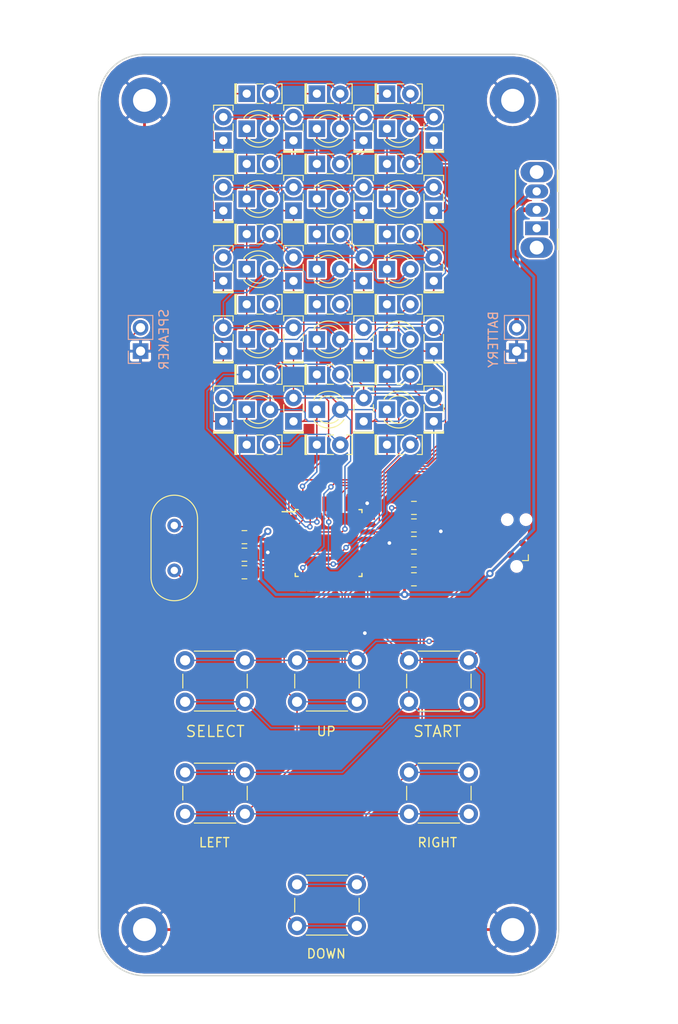
<source format=kicad_pcb>
(kicad_pcb (version 20171130) (host pcbnew "(5.1.4)-1")
  (title_block (title "Split Second") (date 2019-10-26) (rev A))
  (layers (0 F.Cu signal) (31 B.Cu signal) (34 B.Paste user) (35 F.Paste user) (36 B.SilkS user hide) (37 F.SilkS user hide) (38 B.Mask user) (39 F.Mask user) (44 Edge.Cuts user))
  (net 0 "")
  (net 1 /R0)
  (net 2 /O4)
  (net 3 /O2)
  (net 4 /O0)
  (net 5 /R1)
  (net 6 /R2)
  (net 7 /O5)
  (net 8 /O3)
  (net 9 /O1)
  (net 10 /R5)
  (net 11 /R6)
  (net 12 /R7)
  (net 13 "Net-(U1-Pad19)")
  (net 14 "Net-(U1-Pad11)")
  (net 15 /R3)
  (net 16 /R4)
  (net 17 /O6)
  (net 18 /R10)
  (net 19 /R9)
  (net 20 VCC)
  (net 21 GND)
  (net 22 /AREF)
  (net 23 /XTAL1)
  (net 24 /XTAL2)
  (net 25 +BATT)
  (net 26 ~RESET)
  (net 27 MOSI)
  (net 28 SCK)
  (net 29 MISO)
  (net 30 /ADC7)
  (net 31 "Net-(SW7-Pad1)")
  (net 32 /R8)
  (module Capacitor_SMD:C_0805_2012Metric_Pad1.15x1.40mm_HandSolder (layer F.Cu) (at 71.755 76.073 180)
    (fp_text reference C3 hide)
    (fp_text value 100nF)
    (pad 2 smd roundrect (at 1.025 0 180) (size 1.15 1.4) (layers F.Cu F.Paste F.Mask) (roundrect_rratio 0.217391) (net 22 /AREF))
    (pad 1 smd roundrect (at -1.025 0 180) (size 1.15 1.4) (layers F.Cu F.Paste F.Mask) (roundrect_rratio 0.217391) (net 21 GND))
  )
  (module Capacitor_SMD:C_0805_2012Metric_Pad1.15x1.40mm_HandSolder (layer F.Cu) (at 71.755 78.105 180)
    (fp_text reference C2 hide)
    (fp_text value 100nF)
    (pad 2 smd roundrect (at 1.025 0 180) (size 1.15 1.4) (layers F.Cu F.Paste F.Mask) (roundrect_rratio 0.217391) (net 20 VCC))
    (pad 1 smd roundrect (at -1.025 0 180) (size 1.15 1.4) (layers F.Cu F.Paste F.Mask) (roundrect_rratio 0.217391) (net 21 GND))
  )
  (module MountingHole:MountingHole_2.5mm_Pad (layer F.Cu) (at 42.484 116.12)
    (fp_text reference H4 hide)
    (fp_text value CASE)
    (pad 1 thru_hole circle (at 0 0) (size 5 5) (drill 2.5) (layers *.Cu *.Mask) (net 21 GND))
  )
  (module MountingHole:MountingHole_2.5mm_Pad (layer F.Cu) (at 82.484 116.12)
    (fp_text reference H3 hide)
    (fp_text value CASE)
    (pad 1 thru_hole circle (at 0 0) (size 5 5) (drill 2.5) (layers *.Cu *.Mask) (net 21 GND))
  )
  (module MountingHole:MountingHole_2.5mm_Pad (layer F.Cu) (at 82.484 26.12)
    (fp_text reference H2 hide)
    (fp_text value CASE)
    (pad 1 thru_hole circle (at 0 0) (size 5 5) (drill 2.5) (layers *.Cu *.Mask) (net 21 GND))
  )
  (module MountingHole:MountingHole_2.5mm_Pad (layer F.Cu) (at 42.484 26.12)
    (fp_text reference H1 hide)
    (fp_text value CASE)
    (pad 1 thru_hole circle (at 0 0) (size 5 5) (drill 2.5) (layers *.Cu *.Mask) (net 21 GND))
  )
  (module Capacitor_SMD:C_0805_2012Metric_Pad1.15x1.40mm_HandSolder (layer F.Cu) (at 53.34 73.533)
    (fp_text reference C1 hide)
    (fp_text value 100nF)
    (pad 2 smd roundrect (at 1.025 0) (size 1.15 1.4) (layers F.Cu F.Paste F.Mask) (roundrect_rratio 0.217391) (net 20 VCC))
    (pad 1 smd roundrect (at -1.025 0) (size 1.15 1.4) (layers F.Cu F.Paste F.Mask) (roundrect_rratio 0.217391) (net 21 GND))
  )
  (module Crystal:Crystal_HC49-4H_Vertical (layer F.Cu) (at 45.72 72.263 270)
    (fp_text reference Y1 hide)
    (fp_text value 12MHz)
    (pad 2 thru_hole circle (at 4.88 0 270) (size 1.5 1.5) (drill 0.8) (layers *.Cu *.Mask) (net 24 /XTAL2))
    (pad 1 thru_hole circle (at 0 0 270) (size 1.5 1.5) (drill 0.8) (layers *.Cu *.Mask) (net 23 /XTAL1))
  )
  (module Button_Switch_THT:SW_CuK_OS102011MA1QN1_SPDT_Angled (layer F.Cu) (at 85.09 40.005 90)
    (fp_text reference SW7 hide)
    (fp_text value POWER)
    (pad "" thru_hole oval (at 6.1 0 90) (size 2.2 3.5) (drill 1.5) (layers *.Cu *.Mask))
    (pad "" thru_hole oval (at -2.1 0 90) (size 2.2 3.5) (drill 1.5) (layers *.Cu *.Mask))
    (pad 3 thru_hole oval (at 4 0 90) (size 1.5 2.5) (drill 0.9) (layers *.Cu *.Mask) (net 20 VCC))
    (pad 2 thru_hole oval (at 2 0 90) (size 1.5 2.5) (drill 0.9) (layers *.Cu *.Mask) (net 25 +BATT))
    (pad 1 thru_hole rect (at 0 0 90) (size 1.5 2.5) (drill 0.9) (layers *.Cu *.Mask) (net 31 "Net-(SW7-Pad1)"))
  )
  (module Resistor_SMD:R_0805_2012Metric_Pad1.15x1.40mm_HandSolder (layer F.Cu) (at 71.755 72.263 180)
    (fp_text reference R3 hide)
    (fp_text value 100K)
    (pad 2 smd roundrect (at 1.025 0 180) (size 1.15 1.4) (layers F.Cu F.Paste F.Mask) (roundrect_rratio 0.217391) (net 30 /ADC7))
    (pad 1 smd roundrect (at -1.025 0 180) (size 1.15 1.4) (layers F.Cu F.Paste F.Mask) (roundrect_rratio 0.217391) (net 21 GND))
  )
  (module Resistor_SMD:R_0805_2012Metric_Pad1.15x1.40mm_HandSolder (layer F.Cu) (at 71.755 74.168)
    (fp_text reference R2 hide)
    (fp_text value 330K)
    (pad 2 smd roundrect (at 1.025 0) (size 1.15 1.4) (layers F.Cu F.Paste F.Mask) (roundrect_rratio 0.217391) (net 20 VCC))
    (pad 1 smd roundrect (at -1.025 0) (size 1.15 1.4) (layers F.Cu F.Paste F.Mask) (roundrect_rratio 0.217391) (net 30 /ADC7))
  )
  (module Resistor_SMD:R_0805_2012Metric_Pad1.15x1.40mm_HandSolder (layer F.Cu) (at 71.755 70.358)
    (fp_text reference R1 hide)
    (fp_text value 10K)
    (pad 2 smd roundrect (at 1.025 0) (size 1.15 1.4) (layers F.Cu F.Paste F.Mask) (roundrect_rratio 0.217391) (net 20 VCC))
    (pad 1 smd roundrect (at -1.025 0) (size 1.15 1.4) (layers F.Cu F.Paste F.Mask) (roundrect_rratio 0.217391) (net 26 ~RESET))
  )
  (module Connector_PinHeader_2.54mm:PinHeader_1x02_P2.54mm_Vertical (layer B.Cu) (at 42.054 53.34)
    (fp_text reference LS1 hide)
    (fp_text value SPEAKER (at 2.54 -1.27 90) (layer B.SilkS) (effects (justify mirror)))
    (pad 2 thru_hole oval (at 0 -2.54) (size 1.7 1.7) (drill 1) (layers *.Cu *.Mask) (net 32 /R8))
    (pad 1 thru_hole rect (at 0 0) (size 1.7 1.7) (drill 1) (layers *.Cu *.Mask) (net 21 GND))
  )
  (module Connector:Tag-Connect_TC2030-IDC-NL_2x03_P1.27mm_Vertical (layer F.Cu) (at 82.914 74.168 90)
    (fp_text reference J2 hide)
    (fp_text value AVR-ISP-6)
    (pad 6 connect circle (at 1.27 -0.635 90) (size 0.7874 0.7874) (layers F.Cu F.Mask) (net 21 GND))
    (pad 5 connect circle (at 1.27 0.635 90) (size 0.7874 0.7874) (layers F.Cu F.Mask) (net 26 ~RESET))
    (pad 4 connect circle (at 0 -0.635 90) (size 0.7874 0.7874) (layers F.Cu F.Mask) (net 27 MOSI))
    (pad 3 connect circle (at 0 0.635 90) (size 0.7874 0.7874) (layers F.Cu F.Mask) (net 28 SCK))
    (pad 2 connect circle (at -1.27 -0.635 90) (size 0.7874 0.7874) (layers F.Cu F.Mask) (net 20 VCC))
    (pad 1 connect circle (at -1.27 0.635 90) (size 0.7874 0.7874) (layers F.Cu F.Mask) (net 29 MISO))
    (pad "" np_thru_hole circle (at -2.54 0 90) (size 0.9906 0.9906) (drill 0.9906) (layers *.Cu *.Mask))
    (pad "" np_thru_hole circle (at 2.54 1.016 90) (size 0.9906 0.9906) (drill 0.9906) (layers *.Cu *.Mask))
    (pad "" np_thru_hole circle (at 2.54 -1.016 90) (size 0.9906 0.9906) (drill 0.9906) (layers *.Cu *.Mask))
  )
  (module Connector_PinHeader_2.54mm:PinHeader_1x02_P2.54mm_Vertical (layer B.Cu) (at 82.914 53.34)
    (fp_text reference J1 hide)
    (fp_text value BATTERY (at -2.54 -1.27 90) (layer B.SilkS) (effects (justify mirror)))
    (pad 2 thru_hole oval (at 0 -2.54) (size 1.7 1.7) (drill 1) (layers *.Cu *.Mask) (net 25 +BATT))
    (pad 1 thru_hole rect (at 0 0) (size 1.7 1.7) (drill 1) (layers *.Cu *.Mask) (net 21 GND))
  )
  (module Capacitor_SMD:C_0805_2012Metric_Pad1.15x1.40mm_HandSolder (layer F.Cu) (at 53.34 77.343)
    (fp_text reference C5 hide)
    (fp_text value 18pF)
    (pad 2 smd roundrect (at 1.025 0) (size 1.15 1.4) (layers F.Cu F.Paste F.Mask) (roundrect_rratio 0.217391) (net 24 /XTAL2))
    (pad 1 smd roundrect (at -1.025 0) (size 1.15 1.4) (layers F.Cu F.Paste F.Mask) (roundrect_rratio 0.217391) (net 21 GND))
  )
  (module Capacitor_SMD:C_0805_2012Metric_Pad1.15x1.40mm_HandSolder (layer F.Cu) (at 53.34 75.438)
    (fp_text reference C4 hide)
    (fp_text value 18pF)
    (pad 2 smd roundrect (at 1.025 0) (size 1.15 1.4) (layers F.Cu F.Paste F.Mask) (roundrect_rratio 0.217391) (net 23 /XTAL1))
    (pad 1 smd roundrect (at -1.025 0) (size 1.15 1.4) (layers F.Cu F.Paste F.Mask) (roundrect_rratio 0.217391) (net 21 GND))
  )
  (module Button_Switch_THT:SW_PUSH_6mm_H5mm (layer F.Cu) (at 59.055 111.22)
    (fp_text reference SW6 hide)
    (fp_text value DOWN (at 3.175 7.525) (layer F.SilkS))
    (pad 2 thru_hole circle (at 0 4.5 90) (size 2 2) (drill 1.1) (layers *.Cu *.Mask) (net 18 /R10))
    (pad 1 thru_hole circle (at 0 0 90) (size 2 2) (drill 1.1) (layers *.Cu *.Mask) (net 27 MOSI))
    (pad 2 thru_hole circle (at 6.5 4.5 90) (size 2 2) (drill 1.1) (layers *.Cu *.Mask) (net 18 /R10))
    (pad 1 thru_hole circle (at 6.5 0 90) (size 2 2) (drill 1.1) (layers *.Cu *.Mask) (net 27 MOSI))
  )
  (module Button_Switch_THT:SW_PUSH_6mm_H5mm (layer F.Cu) (at 71.215 99.06)
    (fp_text reference SW5 hide)
    (fp_text value RIGHT (at 3.08 7.62) (layer F.SilkS))
    (pad 1 thru_hole circle (at 6.5 0 90) (size 2 2) (drill 1.1) (layers *.Cu *.Mask) (net 27 MOSI))
    (pad 2 thru_hole circle (at 6.5 4.5 90) (size 2 2) (drill 1.1) (layers *.Cu *.Mask) (net 19 /R9))
    (pad 1 thru_hole circle (at 0 0 90) (size 2 2) (drill 1.1) (layers *.Cu *.Mask) (net 27 MOSI))
    (pad 2 thru_hole circle (at 0 4.5 90) (size 2 2) (drill 1.1) (layers *.Cu *.Mask) (net 19 /R9))
  )
  (module Button_Switch_THT:SW_PUSH_6mm_H5mm (layer F.Cu) (at 46.895 99.06)
    (fp_text reference SW4 hide)
    (fp_text value LEFT (at 3.175 7.62) (layer F.SilkS))
    (pad 1 thru_hole circle (at 6.5 0 90) (size 2 2) (drill 1.1) (layers *.Cu *.Mask) (net 28 SCK))
    (pad 2 thru_hole circle (at 6.5 4.5 90) (size 2 2) (drill 1.1) (layers *.Cu *.Mask) (net 19 /R9))
    (pad 1 thru_hole circle (at 0 0 90) (size 2 2) (drill 1.1) (layers *.Cu *.Mask) (net 28 SCK))
    (pad 2 thru_hole circle (at 0 4.5 90) (size 2 2) (drill 1.1) (layers *.Cu *.Mask) (net 19 /R9))
  )
  (module Button_Switch_THT:SW_PUSH_6mm_H5mm (layer F.Cu) (at 59.055 86.9)
    (fp_text reference SW3 hide)
    (fp_text value UP (at 3.175 7.715) (layer F.SilkS))
    (pad 1 thru_hole circle (at 6.5 0 90) (size 2 2) (drill 1.1) (layers *.Cu *.Mask) (net 29 MISO))
    (pad 2 thru_hole circle (at 6.5 4.5 90) (size 2 2) (drill 1.1) (layers *.Cu *.Mask) (net 19 /R9))
    (pad 1 thru_hole circle (at 0 0 90) (size 2 2) (drill 1.1) (layers *.Cu *.Mask) (net 29 MISO))
    (pad 2 thru_hole circle (at 0 4.5 90) (size 2 2) (drill 1.1) (layers *.Cu *.Mask) (net 19 /R9))
  )
  (module Button_Switch_THT:SW_PUSH_6mm_H5mm (layer F.Cu) (at 46.895 86.9)
    (fp_text reference SW2 hide)
    (fp_text value SELECT (at 3.27 7.715) (layer F.SilkS) (effects (font (size 1.2 1.2))))
    (pad 1 thru_hole circle (at 6.5 0 90) (size 2 2) (drill 1.1) (layers *.Cu *.Mask) (net 29 MISO))
    (pad 2 thru_hole circle (at 6.5 4.5 90) (size 2 2) (drill 1.1) (layers *.Cu *.Mask) (net 18 /R10))
    (pad 1 thru_hole circle (at 0 0 90) (size 2 2) (drill 1.1) (layers *.Cu *.Mask) (net 29 MISO))
    (pad 2 thru_hole circle (at 0 4.5 90) (size 2 2) (drill 1.1) (layers *.Cu *.Mask) (net 18 /R10))
  )
  (module Button_Switch_THT:SW_PUSH_6mm_H5mm (layer F.Cu) (at 71.215 86.9)
    (fp_text reference SW1 hide)
    (fp_text value START (at 3.08 7.715) (layer F.SilkS) (effects (font (size 1.2 1.2))))
    (pad 1 thru_hole circle (at 6.5 0 90) (size 2 2) (drill 1.1) (layers *.Cu *.Mask) (net 28 SCK))
    (pad 2 thru_hole circle (at 6.5 4.5 90) (size 2 2) (drill 1.1) (layers *.Cu *.Mask) (net 18 /R10))
    (pad 1 thru_hole circle (at 0 0 90) (size 2 2) (drill 1.1) (layers *.Cu *.Mask) (net 28 SCK))
    (pad 2 thru_hole circle (at 0 4.5 90) (size 2 2) (drill 1.1) (layers *.Cu *.Mask) (net 18 /R10))
  )
  (module Package_QFP:TQFP-32_7x7mm_P0.8mm (layer F.Cu) (at 62.484 74.168)
    (fp_text reference U1 hide)
    (fp_text value ATmega328PB-AU)
    (pad 32 smd rect (at -2.8 -4.25 90) (size 1.6 0.55) (layers F.Cu F.Paste F.Mask) (net 3 /O2))
    (pad 31 smd rect (at -2 -4.25 90) (size 1.6 0.55) (layers F.Cu F.Paste F.Mask) (net 9 /O1))
    (pad 30 smd rect (at -1.2 -4.25 90) (size 1.6 0.55) (layers F.Cu F.Paste F.Mask) (net 4 /O0))
    (pad 29 smd rect (at -0.4 -4.25 90) (size 1.6 0.55) (layers F.Cu F.Paste F.Mask) (net 26 ~RESET))
    (pad 28 smd rect (at 0.4 -4.25 90) (size 1.6 0.55) (layers F.Cu F.Paste F.Mask) (net 10 /R5))
    (pad 27 smd rect (at 1.2 -4.25 90) (size 1.6 0.55) (layers F.Cu F.Paste F.Mask) (net 16 /R4))
    (pad 26 smd rect (at 2 -4.25 90) (size 1.6 0.55) (layers F.Cu F.Paste F.Mask) (net 15 /R3))
    (pad 25 smd rect (at 2.8 -4.25 90) (size 1.6 0.55) (layers F.Cu F.Paste F.Mask) (net 6 /R2))
    (pad 24 smd rect (at 4.25 -2.8) (size 1.6 0.55) (layers F.Cu F.Paste F.Mask) (net 5 /R1))
    (pad 23 smd rect (at 4.25 -2) (size 1.6 0.55) (layers F.Cu F.Paste F.Mask) (net 1 /R0))
    (pad 22 smd rect (at 4.25 -1.2) (size 1.6 0.55) (layers F.Cu F.Paste F.Mask) (net 30 /ADC7))
    (pad 21 smd rect (at 4.25 -0.4) (size 1.6 0.55) (layers F.Cu F.Paste F.Mask) (net 21 GND))
    (pad 20 smd rect (at 4.25 0.4) (size 1.6 0.55) (layers F.Cu F.Paste F.Mask) (net 22 /AREF))
    (pad 19 smd rect (at 4.25 1.2) (size 1.6 0.55) (layers F.Cu F.Paste F.Mask) (net 13 "Net-(U1-Pad19)"))
    (pad 18 smd rect (at 4.25 2) (size 1.6 0.55) (layers F.Cu F.Paste F.Mask) (net 20 VCC))
    (pad 17 smd rect (at 4.25 2.8) (size 1.6 0.55) (layers F.Cu F.Paste F.Mask) (net 28 SCK))
    (pad 16 smd rect (at 2.8 4.25 90) (size 1.6 0.55) (layers F.Cu F.Paste F.Mask) (net 29 MISO))
    (pad 15 smd rect (at 2 4.25 90) (size 1.6 0.55) (layers F.Cu F.Paste F.Mask) (net 27 MOSI))
    (pad 14 smd rect (at 1.2 4.25 90) (size 1.6 0.55) (layers F.Cu F.Paste F.Mask) (net 18 /R10))
    (pad 13 smd rect (at 0.4 4.25 90) (size 1.6 0.55) (layers F.Cu F.Paste F.Mask) (net 19 /R9))
    (pad 12 smd rect (at -0.4 4.25 90) (size 1.6 0.55) (layers F.Cu F.Paste F.Mask) (net 32 /R8))
    (pad 11 smd rect (at -1.2 4.25 90) (size 1.6 0.55) (layers F.Cu F.Paste F.Mask) (net 14 "Net-(U1-Pad11)"))
    (pad 10 smd rect (at -2 4.25 90) (size 1.6 0.55) (layers F.Cu F.Paste F.Mask) (net 17 /O6))
    (pad 9 smd rect (at -2.8 4.25 90) (size 1.6 0.55) (layers F.Cu F.Paste F.Mask) (net 7 /O5))
    (pad 8 smd rect (at -4.25 2.8) (size 1.6 0.55) (layers F.Cu F.Paste F.Mask) (net 24 /XTAL2))
    (pad 7 smd rect (at -4.25 2) (size 1.6 0.55) (layers F.Cu F.Paste F.Mask) (net 23 /XTAL1))
    (pad 6 smd rect (at -4.25 1.2) (size 1.6 0.55) (layers F.Cu F.Paste F.Mask) (net 12 /R7))
    (pad 5 smd rect (at -4.25 0.4) (size 1.6 0.55) (layers F.Cu F.Paste F.Mask) (net 21 GND))
    (pad 4 smd rect (at -4.25 -0.4) (size 1.6 0.55) (layers F.Cu F.Paste F.Mask) (net 20 VCC))
    (pad 3 smd rect (at -4.25 -1.2) (size 1.6 0.55) (layers F.Cu F.Paste F.Mask) (net 11 /R6))
    (pad 2 smd rect (at -4.25 -2) (size 1.6 0.55) (layers F.Cu F.Paste F.Mask) (net 2 /O4))
    (pad 1 smd rect (at -4.25 -2.8) (size 1.6 0.55) (layers F.Cu F.Paste F.Mask) (net 8 /O3))
  )
  (module LED_THT:LED_D3.0mm (layer F.Cu) (at 53.59 59.69)
    (fp_text reference D49 hide)
    (fp_text value ~)
    (pad 2 thru_hole circle (at 2.54 0) (size 1.8 1.8) (drill 0.9) (layers *.Cu *.Mask) (net 11 /R6))
    (pad 1 thru_hole rect (at 0 0) (size 1.8 1.8) (drill 0.9) (layers *.Cu *.Mask) (net 4 /O0))
  )
  (module LED_THT:LED_D3.0mm (layer F.Cu) (at 61.21 59.69)
    (fp_text reference D47 hide)
    (fp_text value ~)
    (pad 2 thru_hole circle (at 2.54 0) (size 1.8 1.8) (drill 0.9) (layers *.Cu *.Mask) (net 11 /R6))
    (pad 1 thru_hole rect (at 0 0) (size 1.8 1.8) (drill 0.9) (layers *.Cu *.Mask) (net 3 /O2))
  )
  (module LED_THT:LED_D3.0mm (layer F.Cu) (at 68.83 59.69)
    (fp_text reference D45 hide)
    (fp_text value ~)
    (pad 2 thru_hole circle (at 2.54 0) (size 1.8 1.8) (drill 0.9) (layers *.Cu *.Mask) (net 11 /R6))
    (pad 1 thru_hole rect (at 0 0) (size 1.8 1.8) (drill 0.9) (layers *.Cu *.Mask) (net 2 /O4))
  )
  (module LED_THT:LED_D3.0mm (layer F.Cu) (at 53.59 52.07)
    (fp_text reference D39 hide)
    (fp_text value ~)
    (pad 2 thru_hole circle (at 2.54 0) (size 1.8 1.8) (drill 0.9) (layers *.Cu *.Mask) (net 11 /R6))
    (pad 1 thru_hole rect (at 0 0) (size 1.8 1.8) (drill 0.9) (layers *.Cu *.Mask) (net 9 /O1))
  )
  (module LED_THT:LED_D3.0mm (layer F.Cu) (at 61.21 52.07)
    (fp_text reference D37 hide)
    (fp_text value ~)
    (pad 2 thru_hole circle (at 2.54 0) (size 1.8 1.8) (drill 0.9) (layers *.Cu *.Mask) (net 11 /R6))
    (pad 1 thru_hole rect (at 0 0) (size 1.8 1.8) (drill 0.9) (layers *.Cu *.Mask) (net 8 /O3))
  )
  (module LED_THT:LED_D3.0mm (layer F.Cu) (at 68.83 52.07)
    (fp_text reference D35 hide)
    (fp_text value ~)
    (pad 2 thru_hole circle (at 2.54 0) (size 1.8 1.8) (drill 0.9) (layers *.Cu *.Mask) (net 11 /R6))
    (pad 1 thru_hole rect (at 0 0) (size 1.8 1.8) (drill 0.9) (layers *.Cu *.Mask) (net 7 /O5))
  )
  (module LED_THT:LED_D3.0mm (layer F.Cu) (at 53.59 44.45)
    (fp_text reference D29 hide)
    (fp_text value ~)
    (pad 2 thru_hole circle (at 2.54 0) (size 1.8 1.8) (drill 0.9) (layers *.Cu *.Mask) (net 16 /R4))
    (pad 1 thru_hole rect (at 0 0) (size 1.8 1.8) (drill 0.9) (layers *.Cu *.Mask) (net 9 /O1))
  )
  (module LED_THT:LED_D3.0mm (layer F.Cu) (at 61.21 44.45)
    (fp_text reference D27 hide)
    (fp_text value ~)
    (pad 2 thru_hole circle (at 2.54 0) (size 1.8 1.8) (drill 0.9) (layers *.Cu *.Mask) (net 16 /R4))
    (pad 1 thru_hole rect (at 0 0) (size 1.8 1.8) (drill 0.9) (layers *.Cu *.Mask) (net 8 /O3))
  )
  (module LED_THT:LED_D3.0mm (layer F.Cu) (at 68.83 44.45)
    (fp_text reference D25 hide)
    (fp_text value ~)
    (pad 2 thru_hole circle (at 2.54 0) (size 1.8 1.8) (drill 0.9) (layers *.Cu *.Mask) (net 16 /R4))
    (pad 1 thru_hole rect (at 0 0) (size 1.8 1.8) (drill 0.9) (layers *.Cu *.Mask) (net 7 /O5))
  )
  (module LED_THT:LED_D3.0mm (layer F.Cu) (at 53.59 36.83)
    (fp_text reference D19 hide)
    (fp_text value ~)
    (pad 2 thru_hole circle (at 2.54 0) (size 1.8 1.8) (drill 0.9) (layers *.Cu *.Mask) (net 6 /R2))
    (pad 1 thru_hole rect (at 0 0) (size 1.8 1.8) (drill 0.9) (layers *.Cu *.Mask) (net 9 /O1))
  )
  (module LED_THT:LED_D3.0mm (layer F.Cu) (at 61.21 36.83)
    (fp_text reference D17 hide)
    (fp_text value ~)
    (pad 2 thru_hole circle (at 2.54 0) (size 1.8 1.8) (drill 0.9) (layers *.Cu *.Mask) (net 6 /R2))
    (pad 1 thru_hole rect (at 0 0) (size 1.8 1.8) (drill 0.9) (layers *.Cu *.Mask) (net 8 /O3))
  )
  (module LED_THT:LED_D3.0mm (layer F.Cu) (at 68.83 36.83)
    (fp_text reference D15 hide)
    (fp_text value ~)
    (pad 2 thru_hole circle (at 2.54 0) (size 1.8 1.8) (drill 0.9) (layers *.Cu *.Mask) (net 6 /R2))
    (pad 1 thru_hole rect (at 0 0) (size 1.8 1.8) (drill 0.9) (layers *.Cu *.Mask) (net 7 /O5))
  )
  (module LED_THT:LED_D3.0mm (layer F.Cu) (at 53.59 29.21)
    (fp_text reference D9 hide)
    (fp_text value ~)
    (pad 2 thru_hole circle (at 2.54 0) (size 1.8 1.8) (drill 0.9) (layers *.Cu *.Mask) (net 1 /R0))
    (pad 1 thru_hole rect (at 0 0) (size 1.8 1.8) (drill 0.9) (layers *.Cu *.Mask) (net 9 /O1))
  )
  (module LED_THT:LED_D3.0mm (layer F.Cu) (at 61.21 29.21)
    (fp_text reference D7 hide)
    (fp_text value ~)
    (pad 2 thru_hole circle (at 2.54 0) (size 1.8 1.8) (drill 0.9) (layers *.Cu *.Mask) (net 1 /R0))
    (pad 1 thru_hole rect (at 0 0) (size 1.8 1.8) (drill 0.9) (layers *.Cu *.Mask) (net 8 /O3))
  )
  (module LED_THT:LED_D3.0mm (layer F.Cu) (at 68.83 29.21)
    (fp_text reference D5 hide)
    (fp_text value ~)
    (pad 2 thru_hole circle (at 2.54 0) (size 1.8 1.8) (drill 0.9) (layers *.Cu *.Mask) (net 1 /R0))
    (pad 1 thru_hole rect (at 0 0) (size 1.8 1.8) (drill 0.9) (layers *.Cu *.Mask) (net 7 /O5))
  )
  (module LED_THT:LED_Rectangular_W5.0mm_H2.0mm (layer F.Cu) (at 53.59 63.5)
    (fp_text reference D53 hide)
    (fp_text value ~)
    (pad 2 thru_hole circle (at 2.54 0) (size 1.8 1.8) (drill 0.9) (layers *.Cu *.Mask) (net 12 /R7))
    (pad 1 thru_hole rect (at 0 0) (size 1.8 1.8) (drill 0.9) (layers *.Cu *.Mask) (net 4 /O0))
  )
  (module LED_THT:LED_Rectangular_W5.0mm_H2.0mm (layer F.Cu) (at 61.21 63.5)
    (fp_text reference D52 hide)
    (fp_text value ~)
    (pad 2 thru_hole circle (at 2.54 0) (size 1.8 1.8) (drill 0.9) (layers *.Cu *.Mask) (net 12 /R7))
    (pad 1 thru_hole rect (at 0 0) (size 1.8 1.8) (drill 0.9) (layers *.Cu *.Mask) (net 3 /O2))
  )
  (module LED_THT:LED_Rectangular_W5.0mm_H2.0mm (layer F.Cu) (at 68.83 63.5)
    (fp_text reference D51 hide)
    (fp_text value ~)
    (pad 2 thru_hole circle (at 2.54 0) (size 1.8 1.8) (drill 0.9) (layers *.Cu *.Mask) (net 12 /R7))
    (pad 1 thru_hole rect (at 0 0) (size 1.8 1.8) (drill 0.9) (layers *.Cu *.Mask) (net 2 /O4))
  )
  (module LED_THT:LED_Rectangular_W5.0mm_H2.0mm (layer F.Cu) (at 51.05 60.96 90)
    (fp_text reference D50 hide)
    (fp_text value ~)
    (pad 2 thru_hole circle (at 2.54 0 90) (size 1.8 1.8) (drill 0.9) (layers *.Cu *.Mask) (net 10 /R5))
    (pad 1 thru_hole rect (at 0 0 90) (size 1.8 1.8) (drill 0.9) (layers *.Cu *.Mask) (net 4 /O0))
  )
  (module LED_THT:LED_Rectangular_W5.0mm_H2.0mm (layer F.Cu) (at 58.67 60.96 90)
    (fp_text reference D48 hide)
    (fp_text value ~)
    (pad 2 thru_hole circle (at 2.54 0 90) (size 1.8 1.8) (drill 0.9) (layers *.Cu *.Mask) (net 10 /R5))
    (pad 1 thru_hole rect (at 0 0 90) (size 1.8 1.8) (drill 0.9) (layers *.Cu *.Mask) (net 3 /O2))
  )
  (module LED_THT:LED_Rectangular_W5.0mm_H2.0mm (layer F.Cu) (at 66.29 60.96 90)
    (fp_text reference D46 hide)
    (fp_text value ~)
    (pad 2 thru_hole circle (at 2.54 0 90) (size 1.8 1.8) (drill 0.9) (layers *.Cu *.Mask) (net 10 /R5))
    (pad 1 thru_hole rect (at 0 0 90) (size 1.8 1.8) (drill 0.9) (layers *.Cu *.Mask) (net 2 /O4))
  )
  (module LED_THT:LED_Rectangular_W5.0mm_H2.0mm (layer F.Cu) (at 73.91 60.96 90)
    (fp_text reference D44 hide)
    (fp_text value ~)
    (pad 2 thru_hole circle (at 2.54 0 90) (size 1.8 1.8) (drill 0.9) (layers *.Cu *.Mask) (net 10 /R5))
    (pad 1 thru_hole rect (at 0 0 90) (size 1.8 1.8) (drill 0.9) (layers *.Cu *.Mask) (net 17 /O6))
  )
  (module LED_THT:LED_Rectangular_W5.0mm_H2.0mm (layer F.Cu) (at 53.59 55.88)
    (fp_text reference D43 hide)
    (fp_text value ~)
    (pad 2 thru_hole circle (at 2.54 0) (size 1.8 1.8) (drill 0.9) (layers *.Cu *.Mask) (net 12 /R7))
    (pad 1 thru_hole rect (at 0 0) (size 1.8 1.8) (drill 0.9) (layers *.Cu *.Mask) (net 9 /O1))
  )
  (module LED_THT:LED_Rectangular_W5.0mm_H2.0mm (layer F.Cu) (at 61.21 55.88)
    (fp_text reference D42 hide)
    (fp_text value ~)
    (pad 2 thru_hole circle (at 2.54 0) (size 1.8 1.8) (drill 0.9) (layers *.Cu *.Mask) (net 12 /R7))
    (pad 1 thru_hole rect (at 0 0) (size 1.8 1.8) (drill 0.9) (layers *.Cu *.Mask) (net 8 /O3))
  )
  (module LED_THT:LED_Rectangular_W5.0mm_H2.0mm (layer F.Cu) (at 68.83 55.88)
    (fp_text reference D41 hide)
    (fp_text value ~)
    (pad 2 thru_hole circle (at 2.54 0) (size 1.8 1.8) (drill 0.9) (layers *.Cu *.Mask) (net 12 /R7))
    (pad 1 thru_hole rect (at 0 0) (size 1.8 1.8) (drill 0.9) (layers *.Cu *.Mask) (net 7 /O5))
  )
  (module LED_THT:LED_Rectangular_W5.0mm_H2.0mm (layer F.Cu) (at 51.05 53.34 90)
    (fp_text reference D40 hide)
    (fp_text value ~)
    (pad 2 thru_hole circle (at 2.54 0 90) (size 1.8 1.8) (drill 0.9) (layers *.Cu *.Mask) (net 16 /R4))
    (pad 1 thru_hole rect (at 0 0 90) (size 1.8 1.8) (drill 0.9) (layers *.Cu *.Mask) (net 4 /O0))
  )
  (module LED_THT:LED_Rectangular_W5.0mm_H2.0mm (layer F.Cu) (at 58.67 53.34 90)
    (fp_text reference D38 hide)
    (fp_text value ~)
    (pad 2 thru_hole circle (at 2.54 0 90) (size 1.8 1.8) (drill 0.9) (layers *.Cu *.Mask) (net 16 /R4))
    (pad 1 thru_hole rect (at 0 0 90) (size 1.8 1.8) (drill 0.9) (layers *.Cu *.Mask) (net 3 /O2))
  )
  (module LED_THT:LED_Rectangular_W5.0mm_H2.0mm (layer F.Cu) (at 66.29 53.34 90)
    (fp_text reference D36 hide)
    (fp_text value ~)
    (pad 2 thru_hole circle (at 2.54 0 90) (size 1.8 1.8) (drill 0.9) (layers *.Cu *.Mask) (net 16 /R4))
    (pad 1 thru_hole rect (at 0 0 90) (size 1.8 1.8) (drill 0.9) (layers *.Cu *.Mask) (net 2 /O4))
  )
  (module LED_THT:LED_Rectangular_W5.0mm_H2.0mm (layer F.Cu) (at 73.91 53.34 90)
    (fp_text reference D34 hide)
    (fp_text value ~)
    (pad 2 thru_hole circle (at 2.54 0 90) (size 1.8 1.8) (drill 0.9) (layers *.Cu *.Mask) (net 16 /R4))
    (pad 1 thru_hole rect (at 0 0 90) (size 1.8 1.8) (drill 0.9) (layers *.Cu *.Mask) (net 17 /O6))
  )
  (module LED_THT:LED_Rectangular_W5.0mm_H2.0mm (layer F.Cu) (at 53.59 48.26)
    (fp_text reference D33 hide)
    (fp_text value ~)
    (pad 2 thru_hole circle (at 2.54 0) (size 1.8 1.8) (drill 0.9) (layers *.Cu *.Mask) (net 10 /R5))
    (pad 1 thru_hole rect (at 0 0) (size 1.8 1.8) (drill 0.9) (layers *.Cu *.Mask) (net 9 /O1))
  )
  (module LED_THT:LED_Rectangular_W5.0mm_H2.0mm (layer F.Cu) (at 61.21 48.26)
    (fp_text reference D32 hide)
    (fp_text value ~)
    (pad 2 thru_hole circle (at 2.54 0) (size 1.8 1.8) (drill 0.9) (layers *.Cu *.Mask) (net 10 /R5))
    (pad 1 thru_hole rect (at 0 0) (size 1.8 1.8) (drill 0.9) (layers *.Cu *.Mask) (net 8 /O3))
  )
  (module LED_THT:LED_Rectangular_W5.0mm_H2.0mm (layer F.Cu) (at 68.83 48.26)
    (fp_text reference D31 hide)
    (fp_text value ~)
    (pad 2 thru_hole circle (at 2.54 0) (size 1.8 1.8) (drill 0.9) (layers *.Cu *.Mask) (net 10 /R5))
    (pad 1 thru_hole rect (at 0 0) (size 1.8 1.8) (drill 0.9) (layers *.Cu *.Mask) (net 7 /O5))
  )
  (module LED_THT:LED_Rectangular_W5.0mm_H2.0mm (layer F.Cu) (at 51.05 45.72 90)
    (fp_text reference D30 hide)
    (fp_text value ~)
    (pad 2 thru_hole circle (at 2.54 0 90) (size 1.8 1.8) (drill 0.9) (layers *.Cu *.Mask) (net 15 /R3))
    (pad 1 thru_hole rect (at 0 0 90) (size 1.8 1.8) (drill 0.9) (layers *.Cu *.Mask) (net 4 /O0))
  )
  (module LED_THT:LED_Rectangular_W5.0mm_H2.0mm (layer F.Cu) (at 58.67 45.72 90)
    (fp_text reference D28 hide)
    (fp_text value ~)
    (pad 2 thru_hole circle (at 2.54 0 90) (size 1.8 1.8) (drill 0.9) (layers *.Cu *.Mask) (net 15 /R3))
    (pad 1 thru_hole rect (at 0 0 90) (size 1.8 1.8) (drill 0.9) (layers *.Cu *.Mask) (net 3 /O2))
  )
  (module LED_THT:LED_Rectangular_W5.0mm_H2.0mm (layer F.Cu) (at 66.29 45.72 90)
    (fp_text reference D26 hide)
    (fp_text value ~)
    (pad 2 thru_hole circle (at 2.54 0 90) (size 1.8 1.8) (drill 0.9) (layers *.Cu *.Mask) (net 15 /R3))
    (pad 1 thru_hole rect (at 0 0 90) (size 1.8 1.8) (drill 0.9) (layers *.Cu *.Mask) (net 2 /O4))
  )
  (module LED_THT:LED_Rectangular_W5.0mm_H2.0mm (layer F.Cu) (at 73.91 45.72 90)
    (fp_text reference D24 hide)
    (fp_text value ~)
    (pad 2 thru_hole circle (at 2.54 0 90) (size 1.8 1.8) (drill 0.9) (layers *.Cu *.Mask) (net 15 /R3))
    (pad 1 thru_hole rect (at 0 0 90) (size 1.8 1.8) (drill 0.9) (layers *.Cu *.Mask) (net 17 /O6))
  )
  (module LED_THT:LED_Rectangular_W5.0mm_H2.0mm (layer F.Cu) (at 53.59 40.64)
    (fp_text reference D23 hide)
    (fp_text value ~)
    (pad 2 thru_hole circle (at 2.54 0) (size 1.8 1.8) (drill 0.9) (layers *.Cu *.Mask) (net 15 /R3))
    (pad 1 thru_hole rect (at 0 0) (size 1.8 1.8) (drill 0.9) (layers *.Cu *.Mask) (net 9 /O1))
  )
  (module LED_THT:LED_Rectangular_W5.0mm_H2.0mm (layer F.Cu) (at 61.21 40.64)
    (fp_text reference D22 hide)
    (fp_text value ~)
    (pad 2 thru_hole circle (at 2.54 0) (size 1.8 1.8) (drill 0.9) (layers *.Cu *.Mask) (net 15 /R3))
    (pad 1 thru_hole rect (at 0 0) (size 1.8 1.8) (drill 0.9) (layers *.Cu *.Mask) (net 8 /O3))
  )
  (module LED_THT:LED_Rectangular_W5.0mm_H2.0mm (layer F.Cu) (at 68.83 40.64)
    (fp_text reference D21 hide)
    (fp_text value ~)
    (pad 2 thru_hole circle (at 2.54 0) (size 1.8 1.8) (drill 0.9) (layers *.Cu *.Mask) (net 15 /R3))
    (pad 1 thru_hole rect (at 0 0) (size 1.8 1.8) (drill 0.9) (layers *.Cu *.Mask) (net 7 /O5))
  )
  (module LED_THT:LED_Rectangular_W5.0mm_H2.0mm (layer F.Cu) (at 51.05 38.1 90)
    (fp_text reference D20 hide)
    (fp_text value ~)
    (pad 2 thru_hole circle (at 2.54 0 90) (size 1.8 1.8) (drill 0.9) (layers *.Cu *.Mask) (net 6 /R2))
    (pad 1 thru_hole rect (at 0 0 90) (size 1.8 1.8) (drill 0.9) (layers *.Cu *.Mask) (net 4 /O0))
  )
  (module LED_THT:LED_Rectangular_W5.0mm_H2.0mm (layer F.Cu) (at 58.67 38.1 90)
    (fp_text reference D18 hide)
    (fp_text value ~)
    (pad 2 thru_hole circle (at 2.54 0 90) (size 1.8 1.8) (drill 0.9) (layers *.Cu *.Mask) (net 6 /R2))
    (pad 1 thru_hole rect (at 0 0 90) (size 1.8 1.8) (drill 0.9) (layers *.Cu *.Mask) (net 3 /O2))
  )
  (module LED_THT:LED_Rectangular_W5.0mm_H2.0mm (layer F.Cu) (at 66.29 38.1 90)
    (fp_text reference D16 hide)
    (fp_text value ~)
    (pad 2 thru_hole circle (at 2.54 0 90) (size 1.8 1.8) (drill 0.9) (layers *.Cu *.Mask) (net 6 /R2))
    (pad 1 thru_hole rect (at 0 0 90) (size 1.8 1.8) (drill 0.9) (layers *.Cu *.Mask) (net 2 /O4))
  )
  (module LED_THT:LED_Rectangular_W5.0mm_H2.0mm (layer F.Cu) (at 73.91 38.1 90)
    (fp_text reference D14 hide)
    (fp_text value ~)
    (pad 2 thru_hole circle (at 2.54 0 90) (size 1.8 1.8) (drill 0.9) (layers *.Cu *.Mask) (net 6 /R2))
    (pad 1 thru_hole rect (at 0 0 90) (size 1.8 1.8) (drill 0.9) (layers *.Cu *.Mask) (net 17 /O6))
  )
  (module LED_THT:LED_Rectangular_W5.0mm_H2.0mm (layer F.Cu) (at 53.59 33.02)
    (fp_text reference D13 hide)
    (fp_text value ~)
    (pad 2 thru_hole circle (at 2.54 0) (size 1.8 1.8) (drill 0.9) (layers *.Cu *.Mask) (net 5 /R1))
    (pad 1 thru_hole rect (at 0 0) (size 1.8 1.8) (drill 0.9) (layers *.Cu *.Mask) (net 9 /O1))
  )
  (module LED_THT:LED_Rectangular_W5.0mm_H2.0mm (layer F.Cu) (at 61.21 33.02)
    (fp_text reference D12 hide)
    (fp_text value ~)
    (pad 2 thru_hole circle (at 2.54 0) (size 1.8 1.8) (drill 0.9) (layers *.Cu *.Mask) (net 5 /R1))
    (pad 1 thru_hole rect (at 0 0) (size 1.8 1.8) (drill 0.9) (layers *.Cu *.Mask) (net 8 /O3))
  )
  (module LED_THT:LED_Rectangular_W5.0mm_H2.0mm (layer F.Cu) (at 68.83 33.02)
    (fp_text reference D11 hide)
    (fp_text value ~)
    (pad 2 thru_hole circle (at 2.54 0) (size 1.8 1.8) (drill 0.9) (layers *.Cu *.Mask) (net 5 /R1))
    (pad 1 thru_hole rect (at 0 0) (size 1.8 1.8) (drill 0.9) (layers *.Cu *.Mask) (net 7 /O5))
  )
  (module LED_THT:LED_Rectangular_W5.0mm_H2.0mm (layer F.Cu) (at 51.05 30.48 90)
    (fp_text reference D10 hide)
    (fp_text value ~)
    (pad 2 thru_hole circle (at 2.54 0 90) (size 1.8 1.8) (drill 0.9) (layers *.Cu *.Mask) (net 5 /R1))
    (pad 1 thru_hole rect (at 0 0 90) (size 1.8 1.8) (drill 0.9) (layers *.Cu *.Mask) (net 4 /O0))
  )
  (module LED_THT:LED_Rectangular_W5.0mm_H2.0mm (layer F.Cu) (at 58.67 30.48 90)
    (fp_text reference D8 hide)
    (fp_text value ~)
    (pad 2 thru_hole circle (at 2.54 0 90) (size 1.8 1.8) (drill 0.9) (layers *.Cu *.Mask) (net 5 /R1))
    (pad 1 thru_hole rect (at 0 0 90) (size 1.8 1.8) (drill 0.9) (layers *.Cu *.Mask) (net 3 /O2))
  )
  (module LED_THT:LED_Rectangular_W5.0mm_H2.0mm (layer F.Cu) (at 66.29 30.48 90)
    (fp_text reference D6 hide)
    (fp_text value ~)
    (pad 2 thru_hole circle (at 2.54 0 90) (size 1.8 1.8) (drill 0.9) (layers *.Cu *.Mask) (net 5 /R1))
    (pad 1 thru_hole rect (at 0 0 90) (size 1.8 1.8) (drill 0.9) (layers *.Cu *.Mask) (net 2 /O4))
  )
  (module LED_THT:LED_Rectangular_W5.0mm_H2.0mm (layer F.Cu) (at 73.91 30.48 90)
    (fp_text reference D4 hide)
    (fp_text value ~)
    (pad 2 thru_hole circle (at 2.54 0 90) (size 1.8 1.8) (drill 0.9) (layers *.Cu *.Mask) (net 5 /R1))
    (pad 1 thru_hole rect (at 0 0 90) (size 1.8 1.8) (drill 0.9) (layers *.Cu *.Mask) (net 17 /O6))
  )
  (module LED_THT:LED_Rectangular_W5.0mm_H2.0mm (layer F.Cu) (at 53.59 25.4)
    (fp_text reference D3 hide)
    (fp_text value ~)
    (pad 2 thru_hole circle (at 2.54 0) (size 1.8 1.8) (drill 0.9) (layers *.Cu *.Mask) (net 1 /R0))
    (pad 1 thru_hole rect (at 0 0) (size 1.8 1.8) (drill 0.9) (layers *.Cu *.Mask) (net 4 /O0))
  )
  (module LED_THT:LED_Rectangular_W5.0mm_H2.0mm (layer F.Cu) (at 61.21 25.4)
    (fp_text reference D2 hide)
    (fp_text value ~)
    (pad 2 thru_hole circle (at 2.54 0) (size 1.8 1.8) (drill 0.9) (layers *.Cu *.Mask) (net 1 /R0))
    (pad 1 thru_hole rect (at 0 0) (size 1.8 1.8) (drill 0.9) (layers *.Cu *.Mask) (net 3 /O2))
  )
  (module LED_THT:LED_Rectangular_W5.0mm_H2.0mm (layer F.Cu) (at 68.83 25.4)
    (fp_text reference D1 hide)
    (fp_text value ~)
    (pad 2 thru_hole circle (at 2.54 0) (size 1.8 1.8) (drill 0.9) (layers *.Cu *.Mask) (net 1 /R0))
    (pad 1 thru_hole rect (at 0 0) (size 1.8 1.8) (drill 0.9) (layers *.Cu *.Mask) (net 2 /O4))
  )
  (gr_arc (start 42.484 26.12) (end 42.484 21.12) (angle -90) (layer Edge.Cuts) (width 0.15))
  (gr_arc (start 82.484 26.12) (end 87.484 26.12) (angle -90) (layer Edge.Cuts) (width 0.15))
  (gr_arc (start 82.484 116.12) (end 82.484 121.12) (angle -90) (layer Edge.Cuts) (width 0.15))
  (gr_arc (start 42.484 116.12) (end 37.484 116.12) (angle -90) (layer Edge.Cuts) (width 0.15))
  (gr_line (start 42.484 121.12) (end 82.484 121.12) (layer Edge.Cuts) (width 0.15))
  (gr_line (start 37.484 26.12) (end 37.484 116.12) (layer Edge.Cuts) (width 0.15))
  (gr_line (start 82.484 21.12) (end 42.484 21.12) (layer Edge.Cuts) (width 0.15))
  (gr_line (start 87.484 116.12) (end 87.484 26.12) (layer Edge.Cuts) (width 0.15))
  (segment (start 71.37 29.21) (end 71.37 25.4) (width 0.15) (layer F.Cu) (net 1))
  (segment (start 63.75 25.4) (end 63.75 29.21) (width 0.15) (layer F.Cu) (net 1))
  (segment (start 56.13 25.4) (end 56.13 29.21) (width 0.15) (layer F.Cu) (net 1))
  (segment (start 62.624999 24.274999) (end 63.75 25.4) (width 0.15) (layer B.Cu) (net 1))
  (segment (start 57.255001 24.274999) (end 62.624999 24.274999) (width 0.15) (layer B.Cu) (net 1))
  (segment (start 56.13 25.4) (end 57.255001 24.274999) (width 0.15) (layer B.Cu) (net 1))
  (segment (start 70.244999 24.274999) (end 71.37 25.4) (width 0.15) (layer B.Cu) (net 1))
  (segment (start 64.875001 24.274999) (end 70.244999 24.274999) (width 0.15) (layer B.Cu) (net 1))
  (segment (start 63.75 25.4) (end 64.875001 24.274999) (width 0.15) (layer B.Cu) (net 1))
  (segment (start 66.734 72.168) (end 67.684 72.168) (width 0.15) (layer F.Cu) (net 1))
  (segment (start 67.991011 69.344942) (end 70.914953 66.421) (width 0.15) (layer F.Cu) (net 1))
  (segment (start 70.914953 66.421) (end 73.533004 66.421) (width 0.15) (layer F.Cu) (net 1))
  (segment (start 73.533004 66.421) (end 76.708 63.246004) (width 0.15) (layer F.Cu) (net 1))
  (segment (start 72.642792 29.21) (end 71.37 29.21) (width 0.15) (layer F.Cu) (net 1))
  (segment (start 76.708 63.246004) (end 76.708 31.072998) (width 0.15) (layer F.Cu) (net 1))
  (segment (start 76.708 31.072998) (end 74.845002 29.21) (width 0.15) (layer F.Cu) (net 1))
  (segment (start 67.991011 71.860989) (end 67.991011 69.344942) (width 0.15) (layer F.Cu) (net 1))
  (segment (start 67.684 72.168) (end 67.991011 71.860989) (width 0.15) (layer F.Cu) (net 1))
  (segment (start 74.845002 29.21) (end 72.642792 29.21) (width 0.15) (layer F.Cu) (net 1))
  (segment (start 68.83 60.74) (end 68.83 59.69) (width 0.15) (layer F.Cu) (net 2))
  (segment (start 68.61 60.96) (end 68.83 60.74) (width 0.15) (layer F.Cu) (net 2))
  (segment (start 66.29 60.96) (end 68.61 60.96) (width 0.15) (layer F.Cu) (net 2))
  (segment (start 68.83 62.45) (end 68.83 63.5) (width 0.15) (layer F.Cu) (net 2))
  (segment (start 66.981499 25.4) (end 68.83 25.4) (width 0.15) (layer F.Cu) (net 2))
  (segment (start 65.02 27.361499) (end 66.981499 25.4) (width 0.15) (layer F.Cu) (net 2))
  (segment (start 65.02 30.26) (end 65.02 27.361499) (width 0.15) (layer F.Cu) (net 2))
  (segment (start 66.29 30.48) (end 65.24 30.48) (width 0.15) (layer F.Cu) (net 2))
  (segment (start 65.24 30.48) (end 65.02 30.26) (width 0.15) (layer F.Cu) (net 2))
  (segment (start 68.83 63.5) (end 68.83 59.69) (width 0.15) (layer F.Cu) (net 2))
  (segment (start 67.34 60.96) (end 66.29 60.96) (width 0.15) (layer F.Cu) (net 2))
  (segment (start 67.56 60.74) (end 67.34 60.96) (width 0.15) (layer F.Cu) (net 2))
  (segment (start 67.56 55.66) (end 67.56 60.74) (width 0.15) (layer F.Cu) (net 2))
  (segment (start 66.29 53.34) (end 66.29 54.39) (width 0.15) (layer F.Cu) (net 2))
  (segment (start 66.29 54.39) (end 67.56 55.66) (width 0.15) (layer F.Cu) (net 2))
  (segment (start 66.29 31.53) (end 66.29 30.48) (width 0.15) (layer F.Cu) (net 2))
  (segment (start 65.02 32.8) (end 66.29 31.53) (width 0.15) (layer F.Cu) (net 2))
  (segment (start 65.02 37.88) (end 65.02 32.8) (width 0.15) (layer F.Cu) (net 2))
  (segment (start 66.29 38.1) (end 65.24 38.1) (width 0.15) (layer F.Cu) (net 2))
  (segment (start 65.24 38.1) (end 65.02 37.88) (width 0.15) (layer F.Cu) (net 2))
  (segment (start 66.29 39.15) (end 66.29 38.1) (width 0.15) (layer F.Cu) (net 2))
  (segment (start 65.02 40.42) (end 66.29 39.15) (width 0.15) (layer F.Cu) (net 2))
  (segment (start 65.02 45.5) (end 65.02 40.42) (width 0.15) (layer F.Cu) (net 2))
  (segment (start 66.29 45.72) (end 65.24 45.72) (width 0.15) (layer F.Cu) (net 2))
  (segment (start 65.24 45.72) (end 65.02 45.5) (width 0.15) (layer F.Cu) (net 2))
  (segment (start 66.29 46.77) (end 66.29 45.72) (width 0.15) (layer F.Cu) (net 2))
  (segment (start 67.56 48.04) (end 66.29 46.77) (width 0.15) (layer F.Cu) (net 2))
  (segment (start 67.56 53.12) (end 67.56 48.04) (width 0.15) (layer F.Cu) (net 2))
  (segment (start 66.29 53.34) (end 67.34 53.34) (width 0.15) (layer F.Cu) (net 2))
  (segment (start 67.34 53.34) (end 67.56 53.12) (width 0.15) (layer F.Cu) (net 2))
  (segment (start 68.83 65.536) (end 68.83 63.5) (width 0.15) (layer F.Cu) (net 2))
  (segment (start 67.056 67.31) (end 68.83 65.536) (width 0.15) (layer F.Cu) (net 2))
  (segment (start 58.234 72.168) (end 59.184 72.168) (width 0.15) (layer F.Cu) (net 2))
  (segment (start 59.184 72.168) (end 59.69 71.662) (width 0.15) (layer F.Cu) (net 2))
  (segment (start 59.606278 67.31) (end 67.056 67.31) (width 0.15) (layer F.Cu) (net 2))
  (segment (start 59.69 71.662) (end 59.69 71.374) (width 0.15) (layer F.Cu) (net 2))
  (segment (start 59.69 71.374) (end 58.466011 70.150011) (width 0.15) (layer F.Cu) (net 2))
  (segment (start 58.466011 70.150011) (end 58.466011 68.450267) (width 0.15) (layer F.Cu) (net 2))
  (segment (start 58.466011 68.450267) (end 59.606278 67.31) (width 0.15) (layer F.Cu) (net 2))
  (segment (start 61.21 60.74) (end 61.21 59.69) (width 0.15) (layer F.Cu) (net 3))
  (segment (start 60.99 60.96) (end 61.21 60.74) (width 0.15) (layer F.Cu) (net 3))
  (segment (start 58.67 60.96) (end 60.99 60.96) (width 0.15) (layer F.Cu) (net 3))
  (segment (start 61.21 62.45) (end 61.21 63.5) (width 0.15) (layer F.Cu) (net 3))
  (segment (start 58.67 46.77) (end 58.67 45.72) (width 0.15) (layer F.Cu) (net 3))
  (segment (start 59.795001 47.895001) (end 58.67 46.77) (width 0.15) (layer F.Cu) (net 3))
  (segment (start 59.795001 53.264999) (end 59.795001 47.895001) (width 0.15) (layer F.Cu) (net 3))
  (segment (start 59.72 53.34) (end 59.795001 53.264999) (width 0.15) (layer F.Cu) (net 3))
  (segment (start 58.67 53.34) (end 59.72 53.34) (width 0.15) (layer F.Cu) (net 3))
  (segment (start 59.361499 25.4) (end 61.21 25.4) (width 0.15) (layer F.Cu) (net 3))
  (segment (start 57.4 27.361499) (end 59.361499 25.4) (width 0.15) (layer F.Cu) (net 3))
  (segment (start 57.4 30.26) (end 57.4 27.361499) (width 0.15) (layer F.Cu) (net 3))
  (segment (start 58.67 30.48) (end 57.62 30.48) (width 0.15) (layer F.Cu) (net 3))
  (segment (start 57.62 30.48) (end 57.4 30.26) (width 0.15) (layer F.Cu) (net 3))
  (segment (start 61.21 63.5) (end 61.21 59.69) (width 0.15) (layer F.Cu) (net 3))
  (segment (start 57.62 38.1) (end 58.67 38.1) (width 0.15) (layer F.Cu) (net 3))
  (segment (start 57.4 37.88) (end 57.62 38.1) (width 0.15) (layer F.Cu) (net 3))
  (segment (start 57.4 33.415002) (end 57.4 37.88) (width 0.15) (layer F.Cu) (net 3))
  (segment (start 58.67 30.48) (end 58.67 32.145002) (width 0.15) (layer F.Cu) (net 3))
  (segment (start 58.67 32.145002) (end 57.4 33.415002) (width 0.15) (layer F.Cu) (net 3))
  (segment (start 57.62 45.72) (end 58.67 45.72) (width 0.15) (layer F.Cu) (net 3))
  (segment (start 57.4 45.5) (end 57.62 45.72) (width 0.15) (layer F.Cu) (net 3))
  (segment (start 57.4 42.784998) (end 57.4 45.5) (width 0.15) (layer F.Cu) (net 3))
  (segment (start 58.67 38.1) (end 58.67 41.514998) (width 0.15) (layer F.Cu) (net 3))
  (segment (start 58.67 41.514998) (end 57.4 42.784998) (width 0.15) (layer F.Cu) (net 3))
  (segment (start 61.21 66.448756) (end 59.948145 67.710611) (width 0.15) (layer B.Cu) (net 3))
  (segment (start 59.684 69.918) (end 59.684 68.046464) (width 0.15) (layer F.Cu) (net 3))
  (segment (start 59.948145 67.710611) (end 59.648146 68.01061) (width 0.15) (layer B.Cu) (net 3))
  (segment (start 61.21 63.5) (end 61.21 66.448756) (width 0.15) (layer B.Cu) (net 3))
  (segment (start 59.684 68.046464) (end 59.648146 68.01061) (width 0.15) (layer F.Cu) (net 3))
  (via (at 59.648146 68.01061) (size 0.6) (drill 0.3) (layers F.Cu B.Cu) (net 3))
  (segment (start 59.94 60.74) (end 59.72 60.96) (width 0.15) (layer F.Cu) (net 3))
  (segment (start 59.72 60.96) (end 58.67 60.96) (width 0.15) (layer F.Cu) (net 3))
  (segment (start 59.94 56.594722) (end 59.94 60.74) (width 0.15) (layer F.Cu) (net 3))
  (segment (start 58.67 55.324722) (end 59.94 56.594722) (width 0.15) (layer F.Cu) (net 3))
  (segment (start 58.67 53.34) (end 58.67 55.324722) (width 0.15) (layer F.Cu) (net 3))
  (segment (start 53.59 60.74) (end 53.59 59.69) (width 0.15) (layer F.Cu) (net 4))
  (segment (start 53.37 60.96) (end 53.59 60.74) (width 0.15) (layer F.Cu) (net 4))
  (segment (start 51.05 60.96) (end 53.37 60.96) (width 0.15) (layer F.Cu) (net 4))
  (segment (start 53.59 63.5) (end 53.59 59.69) (width 0.15) (layer F.Cu) (net 4))
  (via (at 61.214 71.882) (size 0.6) (drill 0.3) (layers F.Cu B.Cu) (net 4))
  (segment (start 61.214 69.988) (end 61.284 69.918) (width 0.15) (layer F.Cu) (net 4))
  (segment (start 61.214 71.882) (end 61.214 69.988) (width 0.15) (layer F.Cu) (net 4))
  (segment (start 59.944 71.882) (end 61.214 71.882) (width 0.15) (layer B.Cu) (net 4))
  (segment (start 52.832 64.77) (end 59.944 71.882) (width 0.15) (layer B.Cu) (net 4))
  (segment (start 53.59 63.5) (end 52.832 64.258) (width 0.15) (layer B.Cu) (net 4))
  (segment (start 52.832 64.258) (end 52.832 64.77) (width 0.15) (layer B.Cu) (net 4))
  (segment (start 52.54 25.4) (end 53.59 25.4) (width 0.15) (layer F.Cu) (net 4))
  (segment (start 51.924998 25.4) (end 52.54 25.4) (width 0.15) (layer F.Cu) (net 4))
  (segment (start 49.924999 27.399999) (end 51.924998 25.4) (width 0.15) (layer F.Cu) (net 4))
  (segment (start 49.924999 30.404999) (end 49.924999 27.399999) (width 0.15) (layer F.Cu) (net 4))
  (segment (start 50 30.48) (end 49.924999 30.404999) (width 0.15) (layer F.Cu) (net 4))
  (segment (start 51.05 30.48) (end 50 30.48) (width 0.15) (layer F.Cu) (net 4))
  (segment (start 51.05 31.53) (end 51.05 30.48) (width 0.15) (layer F.Cu) (net 4))
  (segment (start 49.924999 32.655001) (end 51.05 31.53) (width 0.15) (layer F.Cu) (net 4))
  (segment (start 49.924999 38.024999) (end 49.924999 32.655001) (width 0.15) (layer F.Cu) (net 4))
  (segment (start 50 38.1) (end 49.924999 38.024999) (width 0.15) (layer F.Cu) (net 4))
  (segment (start 51.05 38.1) (end 50 38.1) (width 0.15) (layer F.Cu) (net 4))
  (segment (start 51.05 39.15) (end 51.05 38.1) (width 0.15) (layer F.Cu) (net 4))
  (segment (start 49.924999 40.275001) (end 51.05 39.15) (width 0.15) (layer F.Cu) (net 4))
  (segment (start 49.924999 45.644999) (end 49.924999 40.275001) (width 0.15) (layer F.Cu) (net 4))
  (segment (start 50 45.72) (end 49.924999 45.644999) (width 0.15) (layer F.Cu) (net 4))
  (segment (start 51.05 45.72) (end 50 45.72) (width 0.15) (layer F.Cu) (net 4))
  (segment (start 51.05 46.77) (end 51.05 45.72) (width 0.15) (layer F.Cu) (net 4))
  (segment (start 49.924999 47.895001) (end 51.05 46.77) (width 0.15) (layer F.Cu) (net 4))
  (segment (start 49.924999 51.340001) (end 49.924999 47.895001) (width 0.15) (layer F.Cu) (net 4))
  (segment (start 51.05 52.465002) (end 49.924999 51.340001) (width 0.15) (layer F.Cu) (net 4))
  (segment (start 51.05 53.34) (end 51.05 52.465002) (width 0.15) (layer F.Cu) (net 4))
  (segment (start 51.05 54.39) (end 51.05 53.34) (width 0.15) (layer F.Cu) (net 4))
  (segment (start 49.924999 55.515001) (end 51.05 54.39) (width 0.15) (layer F.Cu) (net 4))
  (segment (start 49.924999 60.884999) (end 49.924999 55.515001) (width 0.15) (layer F.Cu) (net 4))
  (segment (start 50 60.96) (end 49.924999 60.884999) (width 0.15) (layer F.Cu) (net 4))
  (segment (start 51.05 60.96) (end 50 60.96) (width 0.15) (layer F.Cu) (net 4))
  (segment (start 51.05 27.94) (end 58.67 27.94) (width 0.15) (layer B.Cu) (net 5))
  (segment (start 58.67 27.94) (end 66.29 27.94) (width 0.15) (layer B.Cu) (net 5))
  (segment (start 66.29 27.94) (end 73.91 27.94) (width 0.15) (layer B.Cu) (net 5))
  (segment (start 57.4 31.75) (end 56.13 33.02) (width 0.15) (layer B.Cu) (net 5))
  (segment (start 63.75 33.02) (end 62.48 31.75) (width 0.15) (layer B.Cu) (net 5))
  (segment (start 62.48 31.75) (end 57.4 31.75) (width 0.15) (layer B.Cu) (net 5))
  (segment (start 65.02 31.75) (end 63.75 33.02) (width 0.15) (layer B.Cu) (net 5))
  (segment (start 71.37 33.02) (end 70.1 31.75) (width 0.15) (layer B.Cu) (net 5))
  (segment (start 70.1 31.75) (end 65.02 31.75) (width 0.15) (layer B.Cu) (net 5))
  (segment (start 72.64 31.75) (end 71.37 33.02) (width 0.15) (layer B.Cu) (net 5))
  (segment (start 73.91 27.94) (end 72.64 29.21) (width 0.15) (layer B.Cu) (net 5))
  (segment (start 72.64 29.21) (end 72.64 31.75) (width 0.15) (layer B.Cu) (net 5))
  (segment (start 72.642792 33.02) (end 71.37 33.02) (width 0.15) (layer F.Cu) (net 5))
  (segment (start 76.2 33.02) (end 72.642792 33.02) (width 0.15) (layer F.Cu) (net 5))
  (segment (start 76.407989 33.227989) (end 76.2 33.02) (width 0.15) (layer F.Cu) (net 5))
  (segment (start 73.408736 66.120989) (end 76.407989 63.121736) (width 0.15) (layer F.Cu) (net 5))
  (segment (start 76.407989 63.121736) (end 76.407989 33.227989) (width 0.15) (layer F.Cu) (net 5))
  (segment (start 66.734 71.368) (end 67.691 70.411) (width 0.15) (layer F.Cu) (net 5))
  (segment (start 67.691 70.411) (end 67.691 69.220674) (width 0.15) (layer F.Cu) (net 5))
  (segment (start 67.691 69.220674) (end 70.790685 66.120989) (width 0.15) (layer F.Cu) (net 5))
  (segment (start 70.790685 66.120989) (end 73.408736 66.120989) (width 0.15) (layer F.Cu) (net 5))
  (segment (start 51.05 35.56) (end 58.67 35.56) (width 0.15) (layer B.Cu) (net 6))
  (segment (start 58.67 35.56) (end 66.29 35.56) (width 0.15) (layer B.Cu) (net 6))
  (segment (start 66.29 35.56) (end 73.91 35.56) (width 0.15) (layer B.Cu) (net 6))
  (segment (start 72.64 35.56) (end 73.91 35.56) (width 0.15) (layer B.Cu) (net 6))
  (segment (start 71.37 36.83) (end 72.64 35.56) (width 0.15) (layer B.Cu) (net 6))
  (segment (start 65.02 35.56) (end 66.29 35.56) (width 0.15) (layer B.Cu) (net 6))
  (segment (start 63.75 36.83) (end 65.02 35.56) (width 0.15) (layer B.Cu) (net 6))
  (segment (start 57.4 35.56) (end 58.67 35.56) (width 0.15) (layer B.Cu) (net 6))
  (segment (start 56.13 36.83) (end 57.4 35.56) (width 0.15) (layer B.Cu) (net 6))
  (segment (start 74.809999 36.459999) (end 73.91 35.56) (width 0.15) (layer F.Cu) (net 6))
  (segment (start 76.107978 37.757978) (end 74.809999 36.459999) (width 0.15) (layer F.Cu) (net 6))
  (segment (start 66.368 68.834) (end 67.653395 68.834) (width 0.15) (layer F.Cu) (net 6))
  (segment (start 65.284 69.918) (end 66.368 68.834) (width 0.15) (layer F.Cu) (net 6))
  (segment (start 67.653395 68.834) (end 70.666417 65.820978) (width 0.15) (layer F.Cu) (net 6))
  (segment (start 70.666417 65.820978) (end 73.284468 65.820978) (width 0.15) (layer F.Cu) (net 6))
  (segment (start 73.284468 65.820978) (end 76.107978 62.997468) (width 0.15) (layer F.Cu) (net 6))
  (segment (start 76.107978 62.997468) (end 76.107978 37.757978) (width 0.15) (layer F.Cu) (net 6))
  (segment (start 68.83 29.21) (end 68.83 33.02) (width 0.15) (layer F.Cu) (net 7))
  (segment (start 68.83 33.02) (end 68.83 36.83) (width 0.15) (layer F.Cu) (net 7))
  (segment (start 68.83 36.83) (end 68.83 40.64) (width 0.15) (layer F.Cu) (net 7))
  (segment (start 68.83 40.64) (end 68.83 44.45) (width 0.15) (layer F.Cu) (net 7))
  (segment (start 68.83 44.45) (end 68.83 48.26) (width 0.15) (layer F.Cu) (net 7))
  (segment (start 68.83 48.26) (end 68.83 52.07) (width 0.15) (layer F.Cu) (net 7))
  (segment (start 68.83 52.07) (end 68.83 55.88) (width 0.15) (layer F.Cu) (net 7))
  (via (at 62.738 68.072) (size 0.6) (drill 0.3) (layers F.Cu B.Cu) (net 7))
  (segment (start 63.199989 67.610011) (end 63.037999 67.772001) (width 0.15) (layer F.Cu) (net 7))
  (segment (start 67.180268 67.610011) (end 63.199989 67.610011) (width 0.15) (layer F.Cu) (net 7))
  (segment (start 68.83 55.88) (end 68.83 56.93) (width 0.15) (layer F.Cu) (net 7))
  (segment (start 68.83 56.93) (end 70.104 58.204) (width 0.15) (layer F.Cu) (net 7))
  (segment (start 70.104 58.204) (end 70.104 64.686279) (width 0.15) (layer F.Cu) (net 7))
  (segment (start 63.037999 67.772001) (end 62.738 68.072) (width 0.15) (layer F.Cu) (net 7))
  (segment (start 70.104 64.686279) (end 67.180268 67.610011) (width 0.15) (layer F.Cu) (net 7))
  (via (at 59.683993 76.841007) (size 0.6) (drill 0.3) (layers F.Cu B.Cu) (net 7))
  (segment (start 61.976 74.549) (end 59.983992 76.541008) (width 0.15) (layer B.Cu) (net 7))
  (segment (start 59.983992 76.541008) (end 59.683993 76.841007) (width 0.15) (layer B.Cu) (net 7))
  (segment (start 61.976 68.834) (end 61.976 74.549) (width 0.15) (layer B.Cu) (net 7))
  (segment (start 62.738 68.072) (end 61.976 68.834) (width 0.15) (layer B.Cu) (net 7))
  (segment (start 59.684 76.841014) (end 59.683993 76.841007) (width 0.15) (layer F.Cu) (net 7))
  (segment (start 59.684 78.418) (end 59.684 76.841014) (width 0.15) (layer F.Cu) (net 7))
  (segment (start 61.21 29.21) (end 61.21 33.02) (width 0.15) (layer F.Cu) (net 8))
  (segment (start 61.21 33.02) (end 61.21 36.83) (width 0.15) (layer F.Cu) (net 8))
  (segment (start 61.21 36.83) (end 61.21 40.64) (width 0.15) (layer F.Cu) (net 8))
  (segment (start 61.21 40.64) (end 61.21 44.45) (width 0.15) (layer F.Cu) (net 8))
  (segment (start 61.21 44.45) (end 61.21 48.26) (width 0.15) (layer F.Cu) (net 8))
  (segment (start 61.21 48.26) (end 61.21 52.07) (width 0.15) (layer F.Cu) (net 8))
  (segment (start 61.21 52.07) (end 61.21 55.88) (width 0.15) (layer F.Cu) (net 8))
  (segment (start 61.21 57.484998) (end 61.21 55.88) (width 0.15) (layer F.Cu) (net 8))
  (segment (start 62.484 58.758998) (end 61.21 57.484998) (width 0.15) (layer F.Cu) (net 8))
  (segment (start 62.484 64.516) (end 62.484 58.758998) (width 0.15) (layer F.Cu) (net 8))
  (segment (start 59.817 66.675) (end 60.325 66.675) (width 0.15) (layer F.Cu) (net 8))
  (segment (start 58.166 68.326) (end 59.817 66.675) (width 0.15) (layer F.Cu) (net 8))
  (segment (start 60.325 66.675) (end 62.484 64.516) (width 0.15) (layer F.Cu) (net 8))
  (segment (start 58.234 70.943) (end 58.234 71.368) (width 0.15) (layer F.Cu) (net 8))
  (segment (start 58.166 70.875) (end 58.234 70.943) (width 0.15) (layer F.Cu) (net 8))
  (segment (start 58.166 68.326) (end 58.166 70.875) (width 0.15) (layer F.Cu) (net 8))
  (segment (start 53.59 55.88) (end 53.59 52.07) (width 0.15) (layer F.Cu) (net 9))
  (segment (start 53.59 52.07) (end 53.59 48.26) (width 0.15) (layer F.Cu) (net 9))
  (segment (start 53.59 48.26) (end 53.59 44.45) (width 0.15) (layer F.Cu) (net 9))
  (segment (start 53.59 44.45) (end 53.59 40.64) (width 0.15) (layer F.Cu) (net 9))
  (segment (start 53.59 36.83) (end 53.59 40.64) (width 0.15) (layer F.Cu) (net 9))
  (segment (start 53.59 33.02) (end 53.59 36.83) (width 0.15) (layer F.Cu) (net 9))
  (segment (start 53.59 33.02) (end 53.59 29.21) (width 0.15) (layer F.Cu) (net 9))
  (via (at 60.452 72.40701) (size 0.6) (drill 0.3) (layers F.Cu B.Cu) (net 9))
  (segment (start 60.484 69.918) (end 60.484 72.37501) (width 0.15) (layer F.Cu) (net 9))
  (segment (start 60.484 72.37501) (end 60.452 72.40701) (width 0.15) (layer F.Cu) (net 9))
  (segment (start 59.96101 72.40701) (end 60.452 72.40701) (width 0.15) (layer B.Cu) (net 9))
  (segment (start 49.276 61.722) (end 59.96101 72.40701) (width 0.15) (layer B.Cu) (net 9))
  (segment (start 49.276 57.658) (end 49.276 61.722) (width 0.15) (layer B.Cu) (net 9))
  (segment (start 53.59 55.88) (end 51.054 55.88) (width 0.15) (layer B.Cu) (net 9))
  (segment (start 51.054 55.88) (end 49.276 57.658) (width 0.15) (layer B.Cu) (net 9))
  (segment (start 51.05 58.42) (end 58.67 58.42) (width 0.15) (layer B.Cu) (net 10))
  (segment (start 58.67 58.42) (end 66.29 58.42) (width 0.15) (layer B.Cu) (net 10))
  (segment (start 66.29 57.147208) (end 66.29 58.42) (width 0.15) (layer F.Cu) (net 10))
  (segment (start 65.02 55.877208) (end 66.29 57.147208) (width 0.15) (layer F.Cu) (net 10))
  (segment (start 63.75 48.26) (end 65.02 49.53) (width 0.15) (layer F.Cu) (net 10))
  (segment (start 65.02 49.53) (end 65.02 55.877208) (width 0.15) (layer F.Cu) (net 10))
  (segment (start 73.402 57.912) (end 73.91 58.42) (width 0.15) (layer B.Cu) (net 10))
  (segment (start 66.29 58.42) (end 66.798 57.912) (width 0.15) (layer B.Cu) (net 10))
  (segment (start 66.798 57.912) (end 73.402 57.912) (width 0.15) (layer B.Cu) (net 10))
  (segment (start 70.104 49.526) (end 71.37 48.26) (width 0.15) (layer F.Cu) (net 10))
  (segment (start 70.104 52.469002) (end 70.104 49.526) (width 0.15) (layer F.Cu) (net 10))
  (segment (start 73.91 58.42) (end 73.91 56.275002) (width 0.15) (layer F.Cu) (net 10))
  (segment (start 73.91 56.275002) (end 70.104 52.469002) (width 0.15) (layer F.Cu) (net 10))
  (segment (start 70.293613 64.920945) (end 67.304536 67.910022) (width 0.15) (layer F.Cu) (net 10))
  (segment (start 63.941978 67.910022) (end 62.884 68.968) (width 0.15) (layer F.Cu) (net 10))
  (segment (start 62.884 68.968) (end 62.884 69.918) (width 0.15) (layer F.Cu) (net 10))
  (segment (start 75.184 59.694) (end 75.184 62.64861) (width 0.15) (layer F.Cu) (net 10))
  (segment (start 73.91 58.42) (end 75.184 59.694) (width 0.15) (layer F.Cu) (net 10))
  (segment (start 75.184 62.64861) (end 72.911665 64.920945) (width 0.15) (layer F.Cu) (net 10))
  (segment (start 72.911665 64.920945) (end 70.293613 64.920945) (width 0.15) (layer F.Cu) (net 10))
  (segment (start 67.304536 67.910022) (end 63.941978 67.910022) (width 0.15) (layer F.Cu) (net 10))
  (segment (start 58.67 55.749) (end 58.67 58.42) (width 0.15) (layer F.Cu) (net 10))
  (segment (start 57.4 54.479) (end 58.67 55.749) (width 0.15) (layer F.Cu) (net 10))
  (segment (start 57.4 49.53) (end 57.4 54.479) (width 0.15) (layer F.Cu) (net 10))
  (segment (start 56.13 48.26) (end 57.4 49.53) (width 0.15) (layer F.Cu) (net 10))
  (segment (start 56.13 59.69) (end 56.13 57.658) (width 0.15) (layer F.Cu) (net 11))
  (segment (start 56.13 57.658) (end 54.86 56.388) (width 0.15) (layer F.Cu) (net 11))
  (segment (start 63.75 59.69) (end 63.75 59.305) (width 0.15) (layer F.Cu) (net 11))
  (segment (start 63.75 59.305) (end 62.48 58.035) (width 0.15) (layer F.Cu) (net 11))
  (via (at 64.262 72.644) (size 0.6) (drill 0.3) (layers F.Cu B.Cu) (net 11))
  (segment (start 63.938 72.968) (end 63.962001 72.943999) (width 0.15) (layer F.Cu) (net 11))
  (segment (start 58.234 72.968) (end 63.938 72.968) (width 0.15) (layer F.Cu) (net 11))
  (segment (start 63.962001 72.943999) (end 64.262 72.644) (width 0.15) (layer F.Cu) (net 11))
  (segment (start 70.470001 60.589999) (end 71.37 59.69) (width 0.15) (layer B.Cu) (net 11))
  (segment (start 67.225002 59.69) (end 67.564 60.028998) (width 0.15) (layer B.Cu) (net 11))
  (segment (start 63.75 59.69) (end 67.225002 59.69) (width 0.15) (layer B.Cu) (net 11))
  (segment (start 67.564 60.028998) (end 67.564 60.629002) (width 0.15) (layer B.Cu) (net 11))
  (segment (start 67.564 60.629002) (end 67.894998 60.96) (width 0.15) (layer B.Cu) (net 11))
  (segment (start 67.894998 60.96) (end 70.1 60.96) (width 0.15) (layer B.Cu) (net 11))
  (segment (start 70.1 60.96) (end 70.470001 60.589999) (width 0.15) (layer B.Cu) (net 11))
  (segment (start 71.37 59.69) (end 70.244999 60.815001) (width 0.15) (layer B.Cu) (net 11))
  (segment (start 64.262 72.219736) (end 64.262 72.644) (width 0.15) (layer B.Cu) (net 11))
  (segment (start 69.309997 60.96) (end 69.164998 60.96) (width 0.15) (layer B.Cu) (net 11))
  (segment (start 59.605002 59.69) (end 59.944 60.028998) (width 0.15) (layer B.Cu) (net 11))
  (segment (start 56.13 59.69) (end 59.605002 59.69) (width 0.15) (layer B.Cu) (net 11))
  (segment (start 59.944 60.629002) (end 60.274998 60.96) (width 0.15) (layer B.Cu) (net 11))
  (segment (start 62.48 60.96) (end 62.850001 60.589999) (width 0.15) (layer B.Cu) (net 11))
  (segment (start 59.944 60.028998) (end 59.944 60.629002) (width 0.15) (layer B.Cu) (net 11))
  (segment (start 60.274998 60.96) (end 62.48 60.96) (width 0.15) (layer B.Cu) (net 11))
  (segment (start 62.850001 60.589999) (end 63.75 59.69) (width 0.15) (layer B.Cu) (net 11))
  (segment (start 62.850001 51.170001) (end 63.75 52.07) (width 0.15) (layer B.Cu) (net 11))
  (segment (start 62.48 50.8) (end 62.850001 51.170001) (width 0.15) (layer B.Cu) (net 11))
  (segment (start 60.325 50.8) (end 62.48 50.8) (width 0.15) (layer B.Cu) (net 11))
  (segment (start 56.13 52.07) (end 59.055 52.07) (width 0.15) (layer B.Cu) (net 11))
  (segment (start 59.055 52.07) (end 60.325 50.8) (width 0.15) (layer B.Cu) (net 11))
  (segment (start 70.470001 51.170001) (end 71.37 52.07) (width 0.15) (layer B.Cu) (net 11))
  (segment (start 70.1 50.8) (end 70.470001 51.170001) (width 0.15) (layer B.Cu) (net 11))
  (segment (start 67.945 50.8) (end 70.1 50.8) (width 0.15) (layer B.Cu) (net 11))
  (segment (start 63.75 52.07) (end 66.675 52.07) (width 0.15) (layer B.Cu) (net 11))
  (segment (start 66.675 52.07) (end 67.945 50.8) (width 0.15) (layer B.Cu) (net 11))
  (segment (start 64.262 65.862998) (end 64.262 72.219736) (width 0.15) (layer B.Cu) (net 11))
  (segment (start 64.875001 65.249997) (end 64.681499 65.443499) (width 0.15) (layer B.Cu) (net 11))
  (segment (start 64.875001 60.815001) (end 64.875001 65.249997) (width 0.15) (layer B.Cu) (net 11))
  (segment (start 63.75 59.69) (end 64.875001 60.815001) (width 0.15) (layer B.Cu) (net 11))
  (segment (start 64.681499 65.443499) (end 64.262 65.862998) (width 0.15) (layer B.Cu) (net 11))
  (segment (start 56.13 53.979) (end 54.86 55.249) (width 0.15) (layer F.Cu) (net 11))
  (segment (start 56.13 52.07) (end 56.13 53.979) (width 0.15) (layer F.Cu) (net 11))
  (segment (start 54.86 56.388) (end 54.86 55.249) (width 0.15) (layer F.Cu) (net 11))
  (segment (start 63.75 53.979) (end 62.48 55.249) (width 0.15) (layer F.Cu) (net 11))
  (segment (start 63.75 52.07) (end 63.75 53.979) (width 0.15) (layer F.Cu) (net 11))
  (segment (start 62.48 58.035) (end 62.48 55.249) (width 0.15) (layer F.Cu) (net 11))
  (segment (start 65.02 57.15) (end 63.75 55.88) (width 0.15) (layer F.Cu) (net 12))
  (segment (start 63.75 63.5) (end 65.02 62.23) (width 0.15) (layer F.Cu) (net 12))
  (segment (start 65.02 62.23) (end 65.02 57.15) (width 0.15) (layer F.Cu) (net 12))
  (segment (start 72.644 62.226) (end 71.37 63.5) (width 0.15) (layer F.Cu) (net 12))
  (segment (start 72.644 58.426792) (end 72.644 62.226) (width 0.15) (layer F.Cu) (net 12))
  (segment (start 71.37 55.88) (end 71.37 57.152792) (width 0.15) (layer F.Cu) (net 12))
  (segment (start 71.37 57.152792) (end 72.644 58.426792) (width 0.15) (layer F.Cu) (net 12))
  (segment (start 57.255001 54.754999) (end 62.624999 54.754999) (width 0.15) (layer B.Cu) (net 12))
  (segment (start 56.13 55.88) (end 57.255001 54.754999) (width 0.15) (layer B.Cu) (net 12))
  (segment (start 62.624999 54.754999) (end 62.850001 54.980001) (width 0.15) (layer B.Cu) (net 12))
  (segment (start 62.850001 54.980001) (end 63.75 55.88) (width 0.15) (layer B.Cu) (net 12))
  (segment (start 70.244999 57.005001) (end 71.37 55.88) (width 0.15) (layer B.Cu) (net 12))
  (segment (start 64.875001 57.005001) (end 70.244999 57.005001) (width 0.15) (layer B.Cu) (net 12))
  (segment (start 63.75 55.88) (end 64.875001 57.005001) (width 0.15) (layer B.Cu) (net 12))
  (via (at 64.377832 74.664832) (size 0.6) (drill 0.3) (layers F.Cu B.Cu) (net 12))
  (segment (start 64.077833 74.964831) (end 64.377832 74.664832) (width 0.15) (layer F.Cu) (net 12))
  (segment (start 63.674664 75.368) (end 64.077833 74.964831) (width 0.15) (layer F.Cu) (net 12))
  (segment (start 58.234 75.368) (end 63.674664 75.368) (width 0.15) (layer F.Cu) (net 12))
  (segment (start 71.37 63.5) (end 68.516988 66.353012) (width 0.15) (layer B.Cu) (net 12))
  (segment (start 68.516988 70.802012) (end 64.954167 74.364833) (width 0.15) (layer B.Cu) (net 12))
  (segment (start 68.516988 66.353012) (end 68.516988 70.802012) (width 0.15) (layer B.Cu) (net 12))
  (segment (start 64.954167 74.364833) (end 64.677831 74.364833) (width 0.15) (layer B.Cu) (net 12))
  (segment (start 64.677831 74.364833) (end 64.377832 74.664832) (width 0.15) (layer B.Cu) (net 12))
  (segment (start 62.850001 62.600001) (end 63.75 63.5) (width 0.15) (layer B.Cu) (net 12))
  (segment (start 62.624999 62.374999) (end 62.850001 62.600001) (width 0.15) (layer B.Cu) (net 12))
  (segment (start 59.396002 62.374999) (end 62.624999 62.374999) (width 0.15) (layer B.Cu) (net 12))
  (segment (start 58.271001 63.5) (end 59.396002 62.374999) (width 0.15) (layer B.Cu) (net 12))
  (segment (start 56.13 63.5) (end 58.271001 63.5) (width 0.15) (layer B.Cu) (net 12))
  (segment (start 58.67 43.18) (end 66.29 43.18) (width 0.15) (layer B.Cu) (net 15))
  (segment (start 66.29 43.18) (end 73.91 43.18) (width 0.15) (layer B.Cu) (net 15))
  (segment (start 71.37 40.64) (end 73.91 43.18) (width 0.15) (layer B.Cu) (net 15))
  (segment (start 63.75 40.64) (end 66.29 43.18) (width 0.15) (layer B.Cu) (net 15))
  (segment (start 56.13 40.64) (end 58.67 43.18) (width 0.15) (layer B.Cu) (net 15))
  (segment (start 54.86 41.91) (end 56.13 40.64) (width 0.15) (layer B.Cu) (net 15))
  (segment (start 51.05 43.18) (end 52.32 41.91) (width 0.15) (layer B.Cu) (net 15))
  (segment (start 52.32 41.91) (end 54.86 41.91) (width 0.15) (layer B.Cu) (net 15))
  (segment (start 73.1602 65.520967) (end 75.807967 62.8732) (width 0.15) (layer F.Cu) (net 15))
  (segment (start 70.542149 65.520967) (end 73.1602 65.520967) (width 0.15) (layer F.Cu) (net 15))
  (segment (start 75.807967 45.077967) (end 74.809999 44.079999) (width 0.15) (layer F.Cu) (net 15))
  (segment (start 64.484 68.968) (end 64.941956 68.510044) (width 0.15) (layer F.Cu) (net 15))
  (segment (start 67.553072 68.510044) (end 70.542149 65.520967) (width 0.15) (layer F.Cu) (net 15))
  (segment (start 64.941956 68.510044) (end 67.553072 68.510044) (width 0.15) (layer F.Cu) (net 15))
  (segment (start 75.807967 62.8732) (end 75.807967 45.077967) (width 0.15) (layer F.Cu) (net 15))
  (segment (start 64.484 69.918) (end 64.484 68.968) (width 0.15) (layer F.Cu) (net 15))
  (segment (start 74.809999 44.079999) (end 73.91 43.18) (width 0.15) (layer F.Cu) (net 15))
  (segment (start 51.05 50.8) (end 58.67 50.8) (width 0.15) (layer B.Cu) (net 16))
  (segment (start 62.850001 45.349999) (end 63.75 44.45) (width 0.15) (layer B.Cu) (net 16))
  (segment (start 59.605002 44.45) (end 59.944 44.788998) (width 0.15) (layer B.Cu) (net 16))
  (segment (start 56.13 44.45) (end 59.605002 44.45) (width 0.15) (layer B.Cu) (net 16))
  (segment (start 59.944 45.554501) (end 60.109499 45.72) (width 0.15) (layer B.Cu) (net 16))
  (segment (start 60.109499 45.72) (end 62.48 45.72) (width 0.15) (layer B.Cu) (net 16))
  (segment (start 59.944 44.788998) (end 59.944 45.554501) (width 0.15) (layer B.Cu) (net 16))
  (segment (start 62.48 45.72) (end 62.850001 45.349999) (width 0.15) (layer B.Cu) (net 16))
  (segment (start 70.470001 45.349999) (end 71.37 44.45) (width 0.15) (layer B.Cu) (net 16))
  (segment (start 67.225002 44.45) (end 67.564 44.788998) (width 0.15) (layer B.Cu) (net 16))
  (segment (start 63.75 44.45) (end 67.225002 44.45) (width 0.15) (layer B.Cu) (net 16))
  (segment (start 67.564 44.788998) (end 67.564 45.389002) (width 0.15) (layer B.Cu) (net 16))
  (segment (start 67.564 45.389002) (end 67.894998 45.72) (width 0.15) (layer B.Cu) (net 16))
  (segment (start 67.894998 45.72) (end 70.1 45.72) (width 0.15) (layer B.Cu) (net 16))
  (segment (start 70.1 45.72) (end 70.470001 45.349999) (width 0.15) (layer B.Cu) (net 16))
  (segment (start 51.05 49.527208) (end 51.05 50.8) (width 0.15) (layer B.Cu) (net 16))
  (segment (start 51.05 48.01) (end 51.05 49.527208) (width 0.15) (layer B.Cu) (net 16))
  (segment (start 52.07 46.99) (end 51.05 48.01) (width 0.15) (layer B.Cu) (net 16))
  (segment (start 56.13 44.45) (end 53.59 46.99) (width 0.15) (layer B.Cu) (net 16))
  (segment (start 53.59 46.99) (end 52.07 46.99) (width 0.15) (layer B.Cu) (net 16))
  (segment (start 65.909 50.419) (end 66.29 50.8) (width 0.15) (layer B.Cu) (net 16))
  (segment (start 58.67 50.8) (end 59.051 50.419) (width 0.15) (layer B.Cu) (net 16))
  (segment (start 59.051 50.419) (end 65.909 50.419) (width 0.15) (layer B.Cu) (net 16))
  (segment (start 73.529 50.419) (end 73.91 50.8) (width 0.15) (layer B.Cu) (net 16))
  (segment (start 66.29 50.8) (end 66.671 50.419) (width 0.15) (layer B.Cu) (net 16))
  (segment (start 66.671 50.419) (end 73.529 50.419) (width 0.15) (layer B.Cu) (net 16))
  (segment (start 70.417881 65.220956) (end 73.035932 65.220956) (width 0.15) (layer F.Cu) (net 16))
  (segment (start 75.507956 62.748932) (end 75.507956 52.397956) (width 0.15) (layer F.Cu) (net 16))
  (segment (start 63.684 68.968) (end 64.441967 68.210033) (width 0.15) (layer F.Cu) (net 16))
  (segment (start 64.441967 68.210033) (end 67.428804 68.210033) (width 0.15) (layer F.Cu) (net 16))
  (segment (start 74.809999 51.699999) (end 73.91 50.8) (width 0.15) (layer F.Cu) (net 16))
  (segment (start 63.684 69.918) (end 63.684 68.968) (width 0.15) (layer F.Cu) (net 16))
  (segment (start 75.507956 52.397956) (end 74.809999 51.699999) (width 0.15) (layer F.Cu) (net 16))
  (segment (start 67.428804 68.210033) (end 70.417881 65.220956) (width 0.15) (layer F.Cu) (net 16))
  (segment (start 73.035932 65.220956) (end 75.507956 62.748932) (width 0.15) (layer F.Cu) (net 16))
  (segment (start 73.91 54.39) (end 73.91 53.34) (width 0.15) (layer B.Cu) (net 17))
  (segment (start 75.184 55.664) (end 73.91 54.39) (width 0.15) (layer B.Cu) (net 17))
  (segment (start 75.184 60.736) (end 75.184 55.664) (width 0.15) (layer B.Cu) (net 17))
  (segment (start 73.91 60.96) (end 74.96 60.96) (width 0.15) (layer B.Cu) (net 17))
  (segment (start 74.96 60.96) (end 75.184 60.736) (width 0.15) (layer B.Cu) (net 17))
  (segment (start 73.91 39.15) (end 73.91 38.1) (width 0.15) (layer B.Cu) (net 17))
  (segment (start 75.184 40.424) (end 73.91 39.15) (width 0.15) (layer B.Cu) (net 17))
  (segment (start 75.184 44.831) (end 75.184 40.424) (width 0.15) (layer B.Cu) (net 17))
  (segment (start 73.91 45.72) (end 74.295 45.72) (width 0.15) (layer B.Cu) (net 17))
  (segment (start 74.295 45.72) (end 75.184 44.831) (width 0.15) (layer B.Cu) (net 17))
  (segment (start 73.91 31.53) (end 73.91 30.48) (width 0.15) (layer B.Cu) (net 17))
  (segment (start 75.184 32.804) (end 73.91 31.53) (width 0.15) (layer B.Cu) (net 17))
  (segment (start 75.184 37.876) (end 75.184 32.804) (width 0.15) (layer B.Cu) (net 17))
  (segment (start 73.91 38.1) (end 74.96 38.1) (width 0.15) (layer B.Cu) (net 17))
  (segment (start 74.96 38.1) (end 75.184 37.876) (width 0.15) (layer B.Cu) (net 17))
  (via (at 62.992 76.45402) (size 0.6) (drill 0.3) (layers F.Cu B.Cu) (net 17))
  (segment (start 60.484 77.468) (end 61.49798 76.45402) (width 0.15) (layer F.Cu) (net 17))
  (segment (start 62.567736 76.45402) (end 62.992 76.45402) (width 0.15) (layer F.Cu) (net 17))
  (segment (start 61.49798 76.45402) (end 62.567736 76.45402) (width 0.15) (layer F.Cu) (net 17))
  (segment (start 60.484 78.418) (end 60.484 77.468) (width 0.15) (layer F.Cu) (net 17))
  (segment (start 73.91 46.77) (end 73.91 45.72) (width 0.15) (layer F.Cu) (net 17))
  (segment (start 72.644 48.036) (end 73.91 46.77) (width 0.15) (layer F.Cu) (net 17))
  (segment (start 72.644 53.124) (end 72.644 48.036) (width 0.15) (layer F.Cu) (net 17))
  (segment (start 73.91 53.34) (end 72.86 53.34) (width 0.15) (layer F.Cu) (net 17))
  (segment (start 72.86 53.34) (end 72.644 53.124) (width 0.15) (layer F.Cu) (net 17))
  (segment (start 73.91 65.012998) (end 68.816999 70.105999) (width 0.15) (layer B.Cu) (net 17))
  (segment (start 73.91 60.96) (end 73.91 65.012998) (width 0.15) (layer B.Cu) (net 17))
  (segment (start 68.816999 70.105999) (end 68.816999 71.053285) (width 0.15) (layer B.Cu) (net 17))
  (segment (start 63.416264 76.45402) (end 62.992 76.45402) (width 0.15) (layer B.Cu) (net 17))
  (segment (start 68.816999 71.053285) (end 63.416264 76.45402) (width 0.15) (layer B.Cu) (net 17))
  (segment (start 59.055 115.72) (end 65.555 115.72) (width 0.15) (layer B.Cu) (net 18))
  (segment (start 46.895 91.4) (end 53.395 91.4) (width 0.15) (layer B.Cu) (net 18))
  (segment (start 68.381 94.234) (end 71.215 91.4) (width 0.15) (layer B.Cu) (net 18))
  (segment (start 56.229 94.234) (end 68.381 94.234) (width 0.15) (layer B.Cu) (net 18))
  (segment (start 53.395 91.4) (end 56.229 94.234) (width 0.15) (layer B.Cu) (net 18))
  (segment (start 51.816 108.481) (end 59.055 115.72) (width 0.15) (layer F.Cu) (net 18))
  (segment (start 53.395 91.4) (end 51.816 92.979) (width 0.15) (layer F.Cu) (net 18))
  (segment (start 51.816 92.979) (end 51.816 108.481) (width 0.15) (layer F.Cu) (net 18))
  (segment (start 76.659 92.456) (end 77.715 91.4) (width 0.15) (layer B.Cu) (net 18))
  (segment (start 71.215 91.4) (end 72.271 92.456) (width 0.15) (layer B.Cu) (net 18))
  (segment (start 72.271 92.456) (end 76.659 92.456) (width 0.15) (layer B.Cu) (net 18))
  (segment (start 63.754 78.488) (end 63.684 78.418) (width 0.15) (layer F.Cu) (net 18))
  (segment (start 63.754 79.379871) (end 63.754 78.488) (width 0.15) (layer F.Cu) (net 18))
  (segment (start 71.215 89.884) (end 70.104 88.773) (width 0.15) (layer F.Cu) (net 18))
  (segment (start 71.215 91.4) (end 71.215 89.884) (width 0.15) (layer F.Cu) (net 18))
  (segment (start 70.104 88.773) (end 64.958721 88.773) (width 0.15) (layer F.Cu) (net 18))
  (segment (start 64.958721 88.773) (end 63.96199 87.776269) (width 0.15) (layer F.Cu) (net 18))
  (segment (start 63.96199 87.776269) (end 63.96199 79.587861) (width 0.15) (layer F.Cu) (net 18))
  (segment (start 63.96199 79.587861) (end 63.754 79.379871) (width 0.15) (layer F.Cu) (net 18))
  (segment (start 46.895 103.56) (end 53.395 103.56) (width 0.15) (layer B.Cu) (net 19))
  (segment (start 53.395 103.56) (end 71.215 103.56) (width 0.15) (layer B.Cu) (net 19))
  (segment (start 71.215 103.56) (end 77.715 103.56) (width 0.15) (layer B.Cu) (net 19))
  (segment (start 59.055 91.4) (end 65.555 91.4) (width 0.15) (layer B.Cu) (net 19))
  (segment (start 59.055 97.9) (end 59.055 91.4) (width 0.15) (layer F.Cu) (net 19))
  (segment (start 53.395 103.56) (end 59.055 97.9) (width 0.15) (layer F.Cu) (net 19))
  (segment (start 62.884 79.102) (end 62.884 78.418) (width 0.15) (layer F.Cu) (net 19))
  (segment (start 57.658 84.328) (end 62.884 79.102) (width 0.15) (layer F.Cu) (net 19))
  (segment (start 59.055 91.4) (end 57.658 90.003) (width 0.15) (layer F.Cu) (net 19))
  (segment (start 57.658 90.003) (end 57.658 84.328) (width 0.15) (layer F.Cu) (net 19))
  (segment (start 54.6 73.768) (end 54.365 73.533) (width 0.3) (layer F.Cu) (net 20))
  (segment (start 58.234 73.768) (end 54.6 73.768) (width 0.3) (layer F.Cu) (net 20))
  (segment (start 68.793 76.168) (end 66.734 76.168) (width 0.3) (layer F.Cu) (net 20))
  (segment (start 70.73 78.105) (end 68.793 76.168) (width 0.3) (layer F.Cu) (net 20))
  (segment (start 72.78 74.168) (end 71.755 73.143) (width 0.3) (layer F.Cu) (net 20))
  (via (at 80.01 77.47) (size 0.8) (drill 0.4) (layers F.Cu B.Cu) (net 20))
  (segment (start 82.042 75.438) (end 82.279 75.438) (width 0.3) (layer F.Cu) (net 20))
  (segment (start 80.01 77.47) (end 82.042 75.438) (width 0.3) (layer F.Cu) (net 20))
  (segment (start 72.156628 70.981372) (end 72.78 70.358) (width 0.3) (layer F.Cu) (net 20))
  (segment (start 71.755 73.143) (end 71.755 71.383) (width 0.3) (layer F.Cu) (net 20))
  (segment (start 71.755 71.383) (end 72.156628 70.981372) (width 0.3) (layer F.Cu) (net 20))
  (segment (start 55.480001 73.297999) (end 55.88 72.898) (width 0.3) (layer F.Cu) (net 20))
  (segment (start 55.245 73.533) (end 55.480001 73.297999) (width 0.3) (layer F.Cu) (net 20))
  (segment (start 54.365 73.533) (end 55.245 73.533) (width 0.3) (layer F.Cu) (net 20))
  (via (at 55.88 72.898) (size 0.8) (drill 0.4) (layers F.Cu B.Cu) (net 20))
  (via (at 70.739004 79.756) (size 0.8) (drill 0.4) (layers F.Cu B.Cu) (net 20))
  (segment (start 80.01 77.47) (end 77.724 79.756) (width 0.3) (layer B.Cu) (net 20))
  (segment (start 71.304689 79.756) (end 70.739004 79.756) (width 0.3) (layer B.Cu) (net 20))
  (segment (start 70.73 78.105) (end 70.73 79.746996) (width 0.3) (layer F.Cu) (net 20))
  (segment (start 70.73 79.746996) (end 70.739004 79.756) (width 0.3) (layer F.Cu) (net 20))
  (segment (start 77.724 79.756) (end 71.304689 79.756) (width 0.3) (layer B.Cu) (net 20))
  (segment (start 55.129999 73.648001) (end 55.129999 78.116999) (width 0.3) (layer B.Cu) (net 20))
  (segment (start 55.88 72.898) (end 55.129999 73.648001) (width 0.3) (layer B.Cu) (net 20))
  (segment (start 56.769 79.756) (end 70.739004 79.756) (width 0.3) (layer B.Cu) (net 20))
  (segment (start 55.129999 78.116999) (end 56.769 79.756) (width 0.3) (layer B.Cu) (net 20))
  (segment (start 84.59 36.005) (end 82.55 38.045) (width 0.3) (layer B.Cu) (net 20))
  (segment (start 85.09 36.005) (end 84.59 36.005) (width 0.3) (layer B.Cu) (net 20))
  (segment (start 82.55 38.045) (end 82.55 43.053) (width 0.3) (layer B.Cu) (net 20))
  (segment (start 82.55 43.053) (end 84.775301 45.278301) (width 0.3) (layer B.Cu) (net 20))
  (segment (start 84.775301 45.278301) (end 84.775301 72.704699) (width 0.3) (layer B.Cu) (net 20))
  (segment (start 80.409999 77.070001) (end 80.01 77.47) (width 0.3) (layer B.Cu) (net 20))
  (segment (start 84.775301 72.704699) (end 80.409999 77.070001) (width 0.3) (layer B.Cu) (net 20))
  (segment (start 72.78 74.413) (end 72.78 74.168) (width 0.3) (layer F.Cu) (net 20))
  (segment (start 71.7 75.493) (end 72.78 74.413) (width 0.3) (layer F.Cu) (net 20))
  (segment (start 71.7 76.7585) (end 71.7 75.493) (width 0.3) (layer F.Cu) (net 20))
  (segment (start 70.73 78.105) (end 70.73 77.7285) (width 0.3) (layer F.Cu) (net 20))
  (segment (start 70.73 77.7285) (end 71.7 76.7585) (width 0.3) (layer F.Cu) (net 20))
  (segment (start 52.315 73.533) (end 52.315 75.438) (width 0.3) (layer F.Cu) (net 21))
  (segment (start 52.315 75.438) (end 52.315 77.343) (width 0.3) (layer F.Cu) (net 21))
  (segment (start 73.415 72.898) (end 74.676 72.898) (width 0.3) (layer F.Cu) (net 21))
  (segment (start 72.78 72.263) (end 73.415 72.898) (width 0.3) (layer F.Cu) (net 21))
  (segment (start 72.78 78.105) (end 72.78 76.073) (width 0.3) (layer F.Cu) (net 21))
  (segment (start 73.403372 75.449628) (end 72.78 76.073) (width 0.3) (layer F.Cu) (net 21))
  (segment (start 73.70501 75.14799) (end 73.403372 75.449628) (width 0.3) (layer F.Cu) (net 21))
  (segment (start 73.70501 73.18801) (end 73.70501 75.14799) (width 0.3) (layer F.Cu) (net 21))
  (segment (start 72.78 72.263) (end 73.70501 73.18801) (width 0.3) (layer F.Cu) (net 21))
  (segment (start 79.984001 28.619999) (end 82.484 26.12) (width 0.3) (layer F.Cu) (net 21))
  (segment (start 79.984001 51.560001) (end 79.984001 28.619999) (width 0.3) (layer F.Cu) (net 21))
  (segment (start 82.914 53.34) (end 81.764 53.34) (width 0.3) (layer F.Cu) (net 21))
  (segment (start 81.764 53.34) (end 79.984001 51.560001) (width 0.3) (layer F.Cu) (net 21))
  (segment (start 44.983999 23.620001) (end 42.484 26.12) (width 0.3) (layer F.Cu) (net 21))
  (segment (start 79.984001 23.620001) (end 44.983999 23.620001) (width 0.3) (layer F.Cu) (net 21))
  (segment (start 82.484 26.12) (end 79.984001 23.620001) (width 0.3) (layer F.Cu) (net 21))
  (segment (start 42.484 29.655533) (end 42.484 26.12) (width 0.3) (layer F.Cu) (net 21))
  (segment (start 43.254001 30.425534) (end 42.484 29.655533) (width 0.3) (layer F.Cu) (net 21))
  (segment (start 43.254001 53.289999) (end 43.254001 30.425534) (width 0.3) (layer F.Cu) (net 21))
  (segment (start 43.204 53.34) (end 43.254001 53.289999) (width 0.3) (layer F.Cu) (net 21))
  (segment (start 42.054 53.34) (end 43.204 53.34) (width 0.3) (layer F.Cu) (net 21))
  (segment (start 78.948467 116.12) (end 82.484 116.12) (width 0.3) (layer F.Cu) (net 21))
  (segment (start 77.998466 117.070001) (end 78.948467 116.12) (width 0.3) (layer F.Cu) (net 21))
  (segment (start 46.969534 117.070001) (end 77.998466 117.070001) (width 0.3) (layer F.Cu) (net 21))
  (segment (start 46.019533 116.12) (end 46.969534 117.070001) (width 0.3) (layer F.Cu) (net 21))
  (segment (start 42.484 116.12) (end 46.019533 116.12) (width 0.3) (layer F.Cu) (net 21))
  (via (at 69.087988 74.168) (size 0.8) (drill 0.4) (layers F.Cu B.Cu) (net 21))
  (segment (start 68.687989 73.768001) (end 69.087988 74.168) (width 0.3) (layer F.Cu) (net 21))
  (segment (start 66.734 73.768) (end 68.687989 73.768001) (width 0.3) (layer F.Cu) (net 21))
  (segment (start 65.634 73.768) (end 66.734 73.768) (width 0.3) (layer F.Cu) (net 21))
  (segment (start 60.134 73.768) (end 65.634 73.768) (width 0.3) (layer F.Cu) (net 21))
  (segment (start 59.334 74.568) (end 60.134 73.768) (width 0.3) (layer F.Cu) (net 21))
  (segment (start 58.234 74.568) (end 59.334 74.568) (width 0.3) (layer F.Cu) (net 21))
  (segment (start 74.676 72.898) (end 82.279 72.898) (width 0.3) (layer F.Cu) (net 21))
  (via (at 74.676 72.898) (size 0.8) (drill 0.4) (layers F.Cu B.Cu) (net 21))
  (segment (start 73.406 74.168) (end 74.676 72.898) (width 0.3) (layer B.Cu) (net 21))
  (segment (start 69.087988 74.168) (end 73.406 74.168) (width 0.3) (layer B.Cu) (net 21))
  (segment (start 58.234 74.568) (end 56.496008 74.568) (width 0.3) (layer F.Cu) (net 21))
  (segment (start 56.496008 74.568) (end 56.279999 74.784009) (width 0.3) (layer F.Cu) (net 21))
  (segment (start 56.279999 74.784009) (end 55.88 75.184008) (width 0.3) (layer F.Cu) (net 21))
  (via (at 55.88 75.184008) (size 0.8) (drill 0.4) (layers F.Cu B.Cu) (net 21))
  (via (at 66.421 83.947) (size 0.8) (drill 0.4) (layers F.Cu B.Cu) (net 21))
  (via (at 66.675 69.85) (size 0.8) (drill 0.4) (layers F.Cu B.Cu) (net 21))
  (segment (start 69.469 76.073) (end 70.73 76.073) (width 0.3) (layer F.Cu) (net 22))
  (segment (start 66.734 74.568) (end 67.964 74.568) (width 0.3) (layer F.Cu) (net 22))
  (segment (start 67.964 74.568) (end 69.469 76.073) (width 0.3) (layer F.Cu) (net 22))
  (segment (start 53.34 74.413) (end 54.365 75.438) (width 0.15) (layer F.Cu) (net 23))
  (segment (start 53.34 72.877616) (end 53.34 74.413) (width 0.15) (layer F.Cu) (net 23))
  (segment (start 52.852384 72.39) (end 53.34 72.877616) (width 0.15) (layer F.Cu) (net 23))
  (segment (start 45.72 72.263) (end 45.847 72.39) (width 0.15) (layer F.Cu) (net 23))
  (segment (start 45.847 72.39) (end 52.852384 72.39) (width 0.15) (layer F.Cu) (net 23))
  (segment (start 57.284 76.168) (end 58.234 76.168) (width 0.15) (layer F.Cu) (net 23))
  (segment (start 54.365 75.438) (end 55.095 76.168) (width 0.15) (layer F.Cu) (net 23))
  (segment (start 55.095 76.168) (end 57.284 76.168) (width 0.15) (layer F.Cu) (net 23))
  (segment (start 53.222 78.486) (end 54.365 77.343) (width 0.15) (layer F.Cu) (net 24))
  (segment (start 45.72 77.143) (end 47.063 78.486) (width 0.15) (layer F.Cu) (net 24))
  (segment (start 47.063 78.486) (end 53.222 78.486) (width 0.15) (layer F.Cu) (net 24))
  (segment (start 54.746 76.962) (end 58.228 76.962) (width 0.15) (layer F.Cu) (net 24))
  (segment (start 54.365 77.343) (end 54.746 76.962) (width 0.15) (layer F.Cu) (net 24))
  (segment (start 58.228 76.962) (end 58.234 76.968) (width 0.15) (layer F.Cu) (net 24))
  (segment (start 83.34 38.005) (end 85.09 38.005) (width 0.5) (layer F.Cu) (net 25))
  (segment (start 82.88999 38.45501) (end 83.34 38.005) (width 0.5) (layer F.Cu) (net 25))
  (segment (start 82.88999 49.573909) (end 82.88999 38.45501) (width 0.5) (layer F.Cu) (net 25))
  (segment (start 82.914 49.597919) (end 82.88999 49.573909) (width 0.5) (layer F.Cu) (net 25))
  (segment (start 82.914 50.8) (end 82.914 49.597919) (width 0.5) (layer F.Cu) (net 25))
  (segment (start 71.353372 69.734628) (end 70.73 70.358) (width 0.15) (layer F.Cu) (net 26))
  (segment (start 83.549 72.881) (end 83.058 72.39) (width 0.15) (layer F.Cu) (net 26))
  (segment (start 83.058 72.39) (end 83.058 71.12) (width 0.15) (layer F.Cu) (net 26))
  (segment (start 83.058 71.12) (end 81.32099 69.38299) (width 0.15) (layer F.Cu) (net 26))
  (segment (start 83.549 72.898) (end 83.549 72.881) (width 0.15) (layer F.Cu) (net 26))
  (segment (start 81.32099 69.38299) (end 71.70501 69.38299) (width 0.15) (layer F.Cu) (net 26))
  (segment (start 71.70501 69.38299) (end 71.353372 69.734628) (width 0.15) (layer F.Cu) (net 26))
  (via (at 62.501 71.882) (size 0.6) (drill 0.3) (layers F.Cu B.Cu) (net 26))
  (segment (start 62.084 70.868) (end 62.084 69.918) (width 0.15) (layer F.Cu) (net 26))
  (segment (start 62.084 71.040736) (end 62.084 70.868) (width 0.15) (layer F.Cu) (net 26))
  (segment (start 62.501 71.457736) (end 62.084 71.040736) (width 0.15) (layer F.Cu) (net 26))
  (segment (start 62.501 71.882) (end 62.501 71.457736) (width 0.15) (layer F.Cu) (net 26))
  (segment (start 62.501 71.882) (end 62.501 72.306264) (width 0.15) (layer B.Cu) (net 26))
  (segment (start 69.342 70.782264) (end 69.342 70.358) (width 0.15) (layer B.Cu) (net 26))
  (segment (start 62.739999 76.979021) (end 63.399243 76.979021) (width 0.15) (layer B.Cu) (net 26))
  (segment (start 63.399243 76.979021) (end 69.342 71.036264) (width 0.15) (layer B.Cu) (net 26))
  (segment (start 62.466999 72.340265) (end 62.466999 76.706021) (width 0.15) (layer B.Cu) (net 26))
  (segment (start 70.73 70.358) (end 69.342 70.358) (width 0.15) (layer F.Cu) (net 26))
  (segment (start 62.501 72.306264) (end 62.466999 72.340265) (width 0.15) (layer B.Cu) (net 26))
  (segment (start 62.466999 76.706021) (end 62.739999 76.979021) (width 0.15) (layer B.Cu) (net 26))
  (segment (start 69.342 71.036264) (end 69.342 70.782264) (width 0.15) (layer B.Cu) (net 26))
  (via (at 69.342 70.358) (size 0.6) (drill 0.3) (layers F.Cu B.Cu) (net 26))
  (segment (start 65.555 111.22) (end 59.055 111.22) (width 0.15) (layer B.Cu) (net 27))
  (segment (start 77.715 99.06) (end 71.215 99.06) (width 0.15) (layer B.Cu) (net 27))
  (segment (start 66.554999 103.720001) (end 71.215 99.06) (width 0.15) (layer F.Cu) (net 27))
  (segment (start 66.554999 110.220001) (end 66.554999 103.720001) (width 0.15) (layer F.Cu) (net 27))
  (segment (start 65.555 111.22) (end 66.554999 110.220001) (width 0.15) (layer F.Cu) (net 27))
  (segment (start 72.644 97.631) (end 71.215 99.06) (width 0.15) (layer F.Cu) (net 27))
  (segment (start 72.644 90.678) (end 72.644 97.631) (width 0.15) (layer F.Cu) (net 27))
  (segment (start 71.374 89.408) (end 72.644 90.678) (width 0.15) (layer F.Cu) (net 27))
  (segment (start 72.440001 83.450224) (end 72.440001 88.341999) (width 0.15) (layer F.Cu) (net 27))
  (segment (start 82.279 74.168) (end 81.722225 74.168) (width 0.15) (layer F.Cu) (net 27))
  (segment (start 81.722225 74.168) (end 72.440001 83.450224) (width 0.15) (layer F.Cu) (net 27))
  (segment (start 72.440001 88.341999) (end 71.374 89.408) (width 0.15) (layer F.Cu) (net 27))
  (segment (start 70.358 88.392) (end 71.374 89.408) (width 0.15) (layer F.Cu) (net 27))
  (segment (start 65.001999 88.392) (end 70.358 88.392) (width 0.15) (layer F.Cu) (net 27))
  (segment (start 64.262 87.652001) (end 65.001999 88.392) (width 0.15) (layer F.Cu) (net 27))
  (segment (start 64.262 79.59) (end 64.262 87.652001) (width 0.15) (layer F.Cu) (net 27))
  (segment (start 64.484 78.418) (end 64.484 79.368) (width 0.15) (layer F.Cu) (net 27))
  (segment (start 64.484 79.368) (end 64.262 79.59) (width 0.15) (layer F.Cu) (net 27))
  (segment (start 46.895 99.06) (end 53.395 99.06) (width 0.15) (layer B.Cu) (net 28))
  (segment (start 77.715 86.9) (end 71.215 86.9) (width 0.15) (layer B.Cu) (net 28))
  (segment (start 85.344 79.271) (end 77.715 86.9) (width 0.15) (layer F.Cu) (net 28))
  (segment (start 85.344 75.963) (end 85.344 79.271) (width 0.15) (layer F.Cu) (net 28))
  (segment (start 83.549 74.168) (end 85.344 75.963) (width 0.15) (layer F.Cu) (net 28))
  (segment (start 66.734 82.482) (end 66.734 76.968) (width 0.15) (layer F.Cu) (net 28))
  (segment (start 71.215 86.9) (end 71.152 86.9) (width 0.15) (layer F.Cu) (net 28))
  (segment (start 71.152 86.9) (end 66.734 82.482) (width 0.15) (layer F.Cu) (net 28))
  (segment (start 70.075278 92.964) (end 78.232 92.964) (width 0.15) (layer B.Cu) (net 28))
  (segment (start 63.979278 99.06) (end 70.075278 92.964) (width 0.15) (layer B.Cu) (net 28))
  (segment (start 53.395 99.06) (end 63.979278 99.06) (width 0.15) (layer B.Cu) (net 28))
  (segment (start 79.248 91.948) (end 79.248 88.433) (width 0.15) (layer B.Cu) (net 28))
  (segment (start 78.232 92.964) (end 79.248 91.948) (width 0.15) (layer B.Cu) (net 28))
  (segment (start 79.248 88.433) (end 78.714999 87.899999) (width 0.15) (layer B.Cu) (net 28))
  (segment (start 78.714999 87.899999) (end 77.715 86.9) (width 0.15) (layer B.Cu) (net 28))
  (segment (start 65.555 86.9) (end 59.055 86.9) (width 0.15) (layer B.Cu) (net 29))
  (segment (start 53.395 86.9) (end 46.895 86.9) (width 0.15) (layer B.Cu) (net 29))
  (segment (start 53.395 86.9) (end 59.055 86.9) (width 0.15) (layer B.Cu) (net 29))
  (via (at 73.406 84.836) (size 0.6) (drill 0.3) (layers F.Cu B.Cu) (net 29))
  (segment (start 67.619 84.836) (end 65.555 86.9) (width 0.15) (layer B.Cu) (net 29))
  (segment (start 73.406 84.836) (end 67.619 84.836) (width 0.15) (layer B.Cu) (net 29))
  (segment (start 76.708 84.836) (end 73.406 84.836) (width 0.15) (layer F.Cu) (net 29))
  (segment (start 83.82 77.724) (end 76.708 84.836) (width 0.15) (layer F.Cu) (net 29))
  (segment (start 83.82 76.265775) (end 83.82 77.724) (width 0.15) (layer F.Cu) (net 29))
  (segment (start 83.549 75.438) (end 83.549 75.994775) (width 0.15) (layer F.Cu) (net 29))
  (segment (start 83.549 75.994775) (end 83.82 76.265775) (width 0.15) (layer F.Cu) (net 29))
  (segment (start 64.643 85.988) (end 65.555 86.9) (width 0.15) (layer F.Cu) (net 29))
  (segment (start 64.643 79.756) (end 64.643 85.988) (width 0.15) (layer F.Cu) (net 29))
  (segment (start 65.284 78.418) (end 65.284 79.115) (width 0.15) (layer F.Cu) (net 29))
  (segment (start 65.284 79.115) (end 64.643 79.756) (width 0.15) (layer F.Cu) (net 29))
  (segment (start 70.025 72.968) (end 70.73 72.263) (width 0.15) (layer F.Cu) (net 30))
  (segment (start 66.734 72.968) (end 70.025 72.968) (width 0.15) (layer F.Cu) (net 30))
  (segment (start 70.73 74.168) (end 70.73 72.263) (width 0.15) (layer F.Cu) (net 30))
  (segment (start 40.64 52.214) (end 42.054 50.8) (width 0.15) (layer F.Cu) (net 32))
  (segment (start 40.64 78.105) (end 40.64 52.214) (width 0.15) (layer F.Cu) (net 32))
  (segment (start 43.815 81.28) (end 40.64 78.105) (width 0.15) (layer F.Cu) (net 32))
  (segment (start 60.172 81.28) (end 43.815 81.28) (width 0.15) (layer F.Cu) (net 32))
  (segment (start 62.084 78.418) (end 62.084 79.368) (width 0.15) (layer F.Cu) (net 32))
  (segment (start 62.084 79.368) (end 60.172 81.28) (width 0.15) (layer F.Cu) (net 32))
  (zone (net 21) (net_name GND) (layer F.Cu) (connect_pads (clearance 0.15)) (min_thickness 0.1) (fill yes (arc_segments 32) (thermal_gap 0.3) (thermal_bridge_width 0.3))
    (polygon (pts (xy 87.63 20.955) (xy 37.465 20.955) (xy 37.465 121.285) (xy 87.63 121.285)))
  )
  (zone (net 21) (net_name GND) (layer B.Cu) (connect_pads (clearance 0.15)) (min_thickness 0.15) (fill yes (arc_segments 32) (thermal_gap 0.3) (thermal_bridge_width 0.3))
    (polygon (pts (xy 87.63 20.955) (xy 37.465 20.955) (xy 37.465 121.285) (xy 87.63 121.285)))
  )
  (zone (net 0) (net_name "") (layer F.Cu) (connect_pads (clearance 0.15)) (min_thickness 0.1)
    (keepout (tracks allowed) (vias allowed) (copperpour not_allowed))
    (fill (arc_segments 32) (thermal_gap 0.3) (thermal_bridge_width 0.3))
    (polygon (pts (xy 81.915 71.628) (xy 83.947 71.628) (xy 83.947 76.835) (xy 81.915 76.835)))
  )
)
</source>
